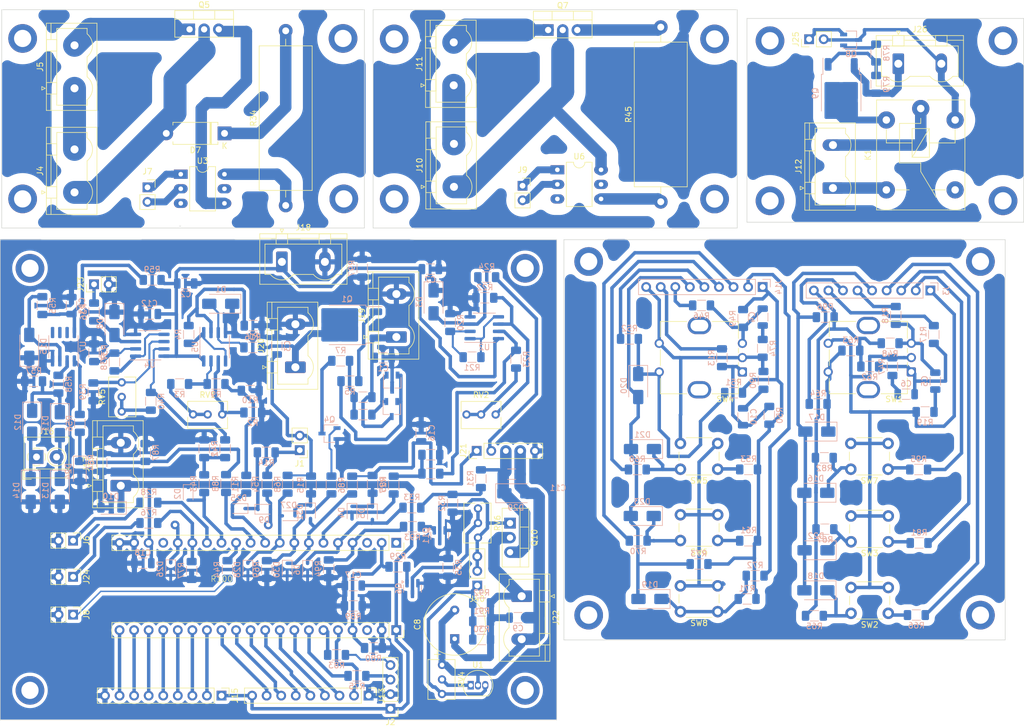
<source format=kicad_pcb>
(kicad_pcb (version 20240108) (generator "pcbnew") (generator_version "8.0")
  (layers (0 "F.Cu" signal) (31 "B.Cu" signal) (34 "B.Paste" user) (35 "F.Paste" user) (36 "B.SilkS" user "B.Silkscreen") (37 "F.SilkS" user "F.Silkscreen") (38 "B.Mask" user) (39 "F.Mask" user) (44 "Edge.Cuts" user))
  (net 0 "")
  (net 1 "+5V")
  (net 2 "GND")
  (net 3 "/MController/SCL")
  (net 4 "/ENCODER/Encoder_int")
  (net 5 "/ENCODER2/Encoder_int")
  (net 6 "/MController/Solder_Analog")
  (net 7 "/MController/Solder_Full_Power")
  (net 8 "/ENCODER/GND")
  (net 9 "/ENCODER/Button2")
  (net 10 "/ENCODER/Button3")
  (net 11 "/ENCODER/B")
  (net 12 "/ENCODER/3v3")
  (net 13 "/ENCODER/A")
  (net 14 "+3V3")
  (net 16 "/MController/SDA")
  (net 17 "/MController/FAN_Control+")
  (net 18 "/MController/TABLE_Control+")
  (net 19 "/ENCODER/Batton1")
  (net 20 "Net-(Q2-B)")
  (net 21 "Net-(Q2-E)")
  (net 22 "Net-(Q4-B)")
  (net 23 "Net-(Q4-C)")
  (net 24 "Net-(U5A--)")
  (net 25 "Net-(U5B--)")
  (net 26 "Net-(R3-Pad1)")
  (net 27 "Net-(R3-Pad2)")
  (net 28 "Net-(U5B-+)")
  (net 29 "Net-(J1-Pin_2)")
  (net 30 "Net-(R6-Pad1)")
  (net 31 "/ENCODER/S")
  (net 32 "/MController/Vibration_Detection")
  (net 33 "+24V")
  (net 34 "/FAN/FAN_Analog")
  (net 35 "Net-(J22-Pin_1)")
  (net 36 "/FAN/FAN_Speed_Analog")
  (net 37 "/ENCODER2/B")
  (net 38 "/MController/Reley_Control")
  (net 41 "Net-(J1-Pin_1)")
  (net 42 "/MController/TABLE_Analog")
  (net 43 "/ENCODER2/Button2")
  (net 44 "/ENCODER2/3v3")
  (net 45 "Net-(D1-A)")
  (net 46 "Net-(Q1-G2)")
  (net 47 "/ENCODER2/GND")
  (net 48 "/ENCODER2/A")
  (net 49 "/FAN/Gerkon")
  (net 50 "Net-(C10-Pad1)")
  (net 51 "/ENCODER2/S")
  (net 52 "Net-(C5-Pad1)")
  (net 53 "/ENCODER2/Button3")
  (net 54 "Net-(C4-Pad2)")
  (net 55 "Gerkon_in")
  (net 56 "Net-(D3-A)")
  (net 57 "Net-(D7-K)")
  (net 58 "Net-(D7-A)")
  (net 59 "Net-(D8-A)")
  (net 60 "Net-(D11-K)")
  (net 61 "/ZCD/~AC")
  (net 62 "/ZCD/AC ")
  (net 63 "Net-(D15-A)")
  (net 64 "Net-(D16-K)")
  (net 65 "Net-(D17-K)")
  (net 66 "Net-(D18-K)")
  (net 67 "Net-(D19-K)")
  (net 68 "Net-(D20-K)")
  (net 69 "Net-(D21-K)")
  (net 70 "Net-(D22-K)")
  (net 71 "Net-(D23-K)")
  (net 72 "/ENCODER2/Batton1")
  (net 73 "Net-(J4-Pin_2)")
  (net 74 "Net-(J5-Pin_2)")
  (net 75 "/FAN/FAN_Control+")
  (net 76 "/FAN/FAN_Control-")
  (net 77 "/TABLE/TABLE_Control+")
  (net 78 "/TABLE/TABLE_Control-")
  (net 79 "Net-(J10-Pin_2)")
  (net 80 "Net-(J11-Pin_2)")
  (net 81 "Net-(J12-Pin_1)")
  (net 82 "Net-(J12-Pin_2)")
  (net 83 "/MController/E1A")
  (net 84 "/MController/E1B")
  (net 85 "/MController/E1S")
  (net 86 "/MController/E1B1")
  (net 87 "/MController/E1B2")
  (net 88 "/MController/E1B3")
  (net 89 "/MController/E1BI")
  (net 90 "/MController/E2A")
  (net 91 "/MController/E2B")
  (net 92 "/MController/E2S")
  (net 93 "/MController/E2B1")
  (net 94 "/MController/E2B2")
  (net 95 "/MController/E2B3")
  (net 96 "/MController/E2BI")
  (net 98 "Net-(Q5-G)")
  (net 99 "Net-(Q6-B)")
  (net 100 "Net-(Q7-G)")
  (net 101 "Net-(Q8-C)")
  (net 102 "Net-(J24-Pin_1)")
  (net 103 "Net-(Q9-G2)")
  (net 104 "Net-(U2A--)")
  (net 105 "Net-(U2B-+)")
  (net 106 "Net-(U2B--)")
  (net 107 "Net-(R23-Pad1)")
  (net 108 "Net-(R23-Pad2)")
  (net 109 "FAN_Termistor")
  (net 110 "Net-(R31-Pad2)")
  (net 111 "Table_Termistor")
  (net 112 "Net-(U4A--)")
  (net 113 "Net-(U4B-+)")
  (net 114 "Net-(U4B--)")
  (net 115 "Net-(R40-Pad1)")
  (net 116 "Net-(R40-Pad2)")
  (net 117 "Net-(R45-Pad1)")
  (net 118 "Net-(U7A--)")
  (net 123 "Net-(J8-Pin_1)")
  (net 124 "Net-(J6-Pin_1)")
  (net 125 "Net-(J20-Pin_1)")
  (net 126 "Motor-")
  (net 127 "Motor+")
  (net 128 "Net-(J2-Pin_3)")
  (net 129 "Net-(J2-Pin_4)")
  (net 130 "Net-(R56-Pad1)")
  (net 131 "/MController/ZCD")
  (net 132 "Net-(Q9-D1)")
  (net 133 "Net-(J25-Pin_1)")
  (net 134 "Net-(J25-Pin_2)")
  (net 135 "Net-(J26-Pin_1)")
  (net 136 "Net-(U7C-V+)")
  (net 137 "Net-(D24-K)")
  (net 138 "Net-(Q6-C)")
  (net 139 "Net-(Q11-B)")
  (net 140 "Net-(R10-Pad1)")
  (net 141 "Net-(R25-Pad2)")
  (net 142 "/FAN/~FAN_FULL_Speed")
  (net 143 "Net-(R41-Pad2)")
  (net 144 "/FAN/FAN_OFF{slash}ON")
  (net 145 "Net-(U1-REF)")
  (net 146 "Net-(J10-Pin_1)")
  (net 147 "Net-(R34-Pad1)")
  (net 148 "Net-(C5-Pad2)")
  (net 149 "Net-(C6-Pad2)")
  (net 150 "Net-(C10-Pad2)")
  (net 151 "Net-(C4-Pad1)")
  (net 152 "Net-(C6-Pad1)")
  (net 153 "Net-(J40-Pin_2)")
  (net 154 "Net-(J40-Pin_1)")
  (net 155 "/MController/SOLDER_PWM")
  (net 157 "Net-(D9-A)")
  (footprint "Potentiometer_THT:Potentiometer_Bourns_3266Y_Vertical" (layer "F.Cu") (at 107.188 110.66575 -90)
    (property "Reference" "RV6")
    (property "Value" "10k")
  )
  (footprint "Connector_PinHeader_2.54mm:PinHeader_1x09_P2.54mm_Vertical" (layer "F.Cu") (at 62.4551 138.24975 -90)
    (property "Reference" "J15")
    (property "Value" "ENC2")
  )
  (footprint "Package_TO_SOT_THT:TO-92_Inline" (layer "F.Cu") (at 105.918 136.437)
    (property "Reference" "U1")
    (property "Value" "TL431LP")
  )
  (footprint "TerminalBlock_4Ucon:TerminalBlock_4Ucon_1x02_P3.50mm_Horizontal" (layer "F.Cu") (at 30.1971 96.59375)
    (property "Reference" "J16")
    (property "Value" "AC 12V")
  )
  (footprint "Connector_PinHeader_2.54mm:PinHeader_1x02_P2.54mm_Vertical" (layer "F.Cu") (at 164.942 23.689 90)
    (property "Reference" "J25")
    (property "Value" "Reley_Control")
  )
  (footprint "Connector_Phoenix_GMSTB:PhoenixContact_GMSTBVA_2,5_2-G_1x02_P7.50mm_Vertical" (layer "F.Cu") (at 114.808 120.897 -90)
    (property "Reference" "J22")
    (property "Value" "Motor 24V")
  )
  (footprint "Package_TO_SOT_THT:TO-220-3_Vertical" (layer "F.Cu") (at 112.776 108.137 -90)
    (property "Reference" "Q10")
    (property "Value" "IRF740")
  )
  (footprint "Connector_Phoenix_GMSTB:PhoenixContact_GMSTBVA_2,5_2-G_1x02_P7.50mm_Vertical" (layer "F.Cu") (at 180.496 27.9675)
    (property "Reference" "J26")
    (property "Value" "Reley24V")
  )
  (footprint "Button_Switch_THT:SW_PUSH_6mm" (layer "F.Cu") (at 178.712 98.734 180)
    (property "Reference" "SW7")
    (property "Value" "SW_Push")
  )
  (footprint "Connector_PinHeader_2.54mm:PinHeader_1x02_P2.54mm_Vertical" (layer "F.Cu") (at 36.581 124.118 -90)
    (property "Reference" "J8")
    (property "Value" "TABLE_Control")
  )
  (footprint "Potentiometer_THT:Potentiometer_Bourns_3266Y_Vertical" (layer "F.Cu") (at 62.5806 89.16625)
    (property "Reference" "RV1")
    (property "Value" "10k")
  )
  (footprint "Connector_PinHeader_2.54mm:PinHeader_1x02_P2.54mm_Vertical" (layer "F.Cu") (at 36.576 111.188 -90)
    (property "Reference" "J6")
    (property "Value" "FAN_Control")
  )
  (footprint "Package_TO_SOT_THT:TO-220-3_Vertical" (layer "F.Cu") (at 56.8885 21.9635)
    (property "Reference" "Q5")
    (property "Value" "BT139-600")
  )
  (footprint "Den_Castom_lib:BLUEPILL_STM32" (layer "F.Cu") (at 70.0751 119.19975 -90)
    (property "Reference" "U8" (hide yes))
    (property "Value" "BluePill_STM32F103C8T6")
  )
  (footprint "Rotary_Encoder:RotaryEncoder_Bourns_Vertical_PEC12R-3x17F-Sxxxx" (layer "F.Cu") (at 182.764 81.752 180)
    (property "Reference" "SW1")
    (property "Value" "RotaryEncoder_Switch")
  )
  (footprint "Package_DIP:DIP-6_W7.62mm_LongPads" (layer "F.Cu") (at 121.03125 46.482)
    (property "Reference" "U6")
    (property "Value" "MOC3041M")
  )
  (footprint "Diode_THT:D_DO-15_P10.16mm_Horizontal" (layer "F.Cu") (at 62.9845 40.1245 180)
    (property "Reference" "D7")
    (property "Value" "FR207")
  )
  (footprint "Button_Switch_THT:SW_PUSH_6mm" (layer "F.Cu") (at 148.994 98.734 180)
    (property "Reference" "SW5")
    (property "Value" "SW_Push")
  )
  (footprint "Connector_Phoenix_GMSTB:PhoenixContact_GMSTBVA_2,5_2-G_1x02_P7.50mm_Vertical" (layer "F.Cu") (at 102.95775 31.735 90)
    (property "Reference" "J11")
    (property "Value" "TABLE_HV F")
  )
  (footprint "Connector_PinHeader_2.54mm:PinHeader_1x09_P2.54mm_Vertical" (layer "F.Cu") (at 88.1091 138.24975 -90)
    (property "Reference" "J13")
    (property "Value" "ENC1")
  )
  (footprint "Potentiometer_THT:Potentiometer_Bourns_3266Y_Vertical" (layer "F.Cu") (at 100.913 137.967 -90)
    (property "Reference" "RV4")
    (property "Value" "10k")
  )
  (footprint "Button_Switch_THT:SW_PUSH_6mm" (layer "F.Cu") (at 148.994 123.59 180)
    (property "Reference" "SW8")
    (property "Value" "SW_Push")
  )
  (footprint "Connector_Phoenix_GMSTB:PhoenixContact_GMSTBVA_2,5_2-G_1x02_P7.50mm_Vertical" (layer "F.Cu") (at 102.99725 49.455 90)
    (property "Reference" "J10")
    (property "Value" "~220")
  )
  (footprint "Capacitor_THT:CP_Radial_Tantal_D10.5mm_P5.00mm" (layer "F.Cu") (at 103.124 128.33 90)
    (property "Reference" "C8")
    (property "Value" "470uF 35V")
  )
  (footprint "Connector_Phoenix_GMSTB:PhoenixContact_GMSTBVA_2,5_2-G_1x02_P7.50mm_Vertical" (layer "F.Cu") (at 36.8225 50.4185 90)
    (property "Reference" "J4")
    (property "Value" "~220")
  )
  (footprint "Button_Switch_THT:SW_PUSH_6mm" (layer "F.Cu") (at 148.994 111.18 180)
    (property "Reference" "SW6")
    (property "Value" "SW_Push")
  )
  (footprint "Relay_THT:Relay_SPDT_Finder_36.11" (layer "F.Cu") (at 184.404 35.786 -90)
    (property "Reference" "K1")
    (property "Value" "Relay_SPDT")
  )
  (footprint "Package_DIP:DIP-6_W7.62mm_LongPads" (layer "F.Cu") (at 55.3495 47.2515)
    (property "Reference" "U3")
    (property "Value" "MOC3041M")
  )
  (footprint "Connector_Phoenix_GMSTB:PhoenixContact_GMSTBVA_2,5_2-G_1x02_P7.50mm_Vertical" (layer "F.Cu") (at 44.8896 101.61375 90)
    (property "Reference" "J17")
    (property "Value" "Conn_01x02")
  )
  (footprint "Connector_PinSocket_2.54mm:PinSocket_1x02_P2.54mm_Vertical" (layer "F.Cu") (at 114.96025 49.261)
    (property "Reference" "J9")
    (property "Value" "TABLE_Control")
  )
  (footprint "Connector_PinHeader_2.54mm:PinHeader_1x05_P2.54mm_Vertical" (layer "F.Cu") (at 106.9636 95.53475 90)
    (property "Reference" "J21")
    (property "Value" "Conn_01x05 M")
  )
  (footprint "Resistor_THT:R_Axial_Power_L25.0mm_W9.0mm_P30.48mm" (layer "F.Cu") (at 73.6525 52.7025 90)
    (property "Reference" "R34")
    (property "Value" "1,2k")
  )
  (footprint "Button_Switch_THT:SW_PUSH_6mm" (layer "F.Cu") (at 178.75 111.398 180)
    (property "Reference" "SW3")
    (property "Value" "SW_Push")
  )
  (footprint "Rotary_Encoder:RotaryEncoder_Bourns_Vertical_PEC12R-3x17F-Sxxxx" (layer "F.Cu") (at 153.3 81.765 180)
    (property "Reference" "SW4")
    (property "Value" "RotaryEncoder_Switch")
  )
  (footprint "Connector_Phoenix_GMSTB:PhoenixContact_GMSTBVA_2,5_2-G_1x02_P7.50mm_Vertical" (layer "F.Cu") (at 92.9541 75.66275 90)
    (property "Reference" "J19")
    (property "Value" "Conn_01x02")
  )
  (footprint "Connector_PinHeader_2.54mm:PinHeader_1x02_P2.54mm_Vertical" (layer "F.Cu") (at 40.22935 66.465 90)
    (property "Reference" "J23")
    (property "Value" "Termistor M")
  )
  (footprint "Connector_Phoenix_GMSTB:PhoenixContact_GMSTBVA_2,5_2-G_1x02_P7.50mm_Vertical" (layer "F.Cu") (at 72.9876 62.5465)
    (property "Reference" "J18")
    (property "Value" "Conn_01x02")
  )
  (footprint "Button_Switch_THT:SW_PUSH_6mm" (layer "F.Cu") (at 178.75 123.88 180)
    (property "Reference" "SW2")
    (property "Value" "SW_Push")
  )
  (footprint "Connector_PinHeader_2.54mm:PinHeader_1x03_P2.54mm_Vertical" (layer "F.Cu") (at 107.0621 119.03275 180)
    (property "Reference" "J40")
    (property "Value" "RV3 M")
  )
  (footprint "Connector_Phoenix_GMSTB:PhoenixContact_GMSTBVA_2,5_2-G_1x02_P7.50mm_Vertical" (layer "F.Cu") (at 75.3406 80.93675 90)
    (property "Reference" "J20")
    (property "Value" "Conn_01x02")
  )
  (footprint "Connector_PinHeader_2.54mm:PinHeader_1x02_P2.54mm_Vertical" (layer "F.Cu") (at 76.1026 95.41275 180)
    (property "Reference" "J1")
    (property "Value" "Conn_01x02")
  )
  (footprint "Connector_Phoenix_GMSTB:PhoenixContact_GMSTBVA_2,5_2-G_1x02_P7.50mm_Vertical" (layer "F.Cu") (at 36.8225 32.2575 90)
    (property "Reference" "J5")
    (property "Value" "FAN_HV F")
  )
  (footprint "Potentiometer_THT:Potentiometer_Bourns_3266Y_Vertical" (layer "F.Cu") (at 45.0546 83.57825 90)
    (property "Reference" "RV5")
    (property "Value" "10k")
  )
  (footprint "Package_TO_SOT_THT:TO-220-3_Vertical" (layer "F.Cu") (at 119.42525 22.083)
    (property "Reference" "Q7")
    (property "Value" "BT139-600")
  )
  (footprint "Connector_PinHeader_2.54mm:PinHeader_1x02_P2.54mm_Vertical" (layer "F.Cu") (at 36.581 117.514 -90)
    (property "Reference" "J24")
    (property "Value" "Reley_Control")
  )
  (footprint "Den_Castom_lib:R0 16.128" (layer "F.Cu") (at 62.484 108.458)
    (property "Reference" "R100")
    (property "Value" "0R")
  )
  (footprint "Connector_Phoenix_GMSTB:PhoenixContact_GMSTBVA_2,5_2-G_1x02_P7.50mm_Vertical" (layer "F.Cu") (at 169.0935 49.664 90)
    (property "Reference" "J12")
    (property "Value" "Conn_01x02")
  )
  (footprint "Resistor_THT:R_Axial_Power_L25.0mm_W9.0mm_P30.48mm" (layer "F.Cu") (at 139.06525 52.06 90)
    (property "Reference" "R45")
    (property "Value" "1k")
  )
  (footprint "Connector_PinHeader_2.54mm:PinHeader_1x04_P2.54mm_Vertical" (layer "F.Cu") (at 91.9191 140.53575 180)
    (property "Reference" "J2")
    (property "Value" "OLED_Out_PCB")
  )
  (footprint "Connector_PinSocket_2.54mm:PinSocket_1x02_P2.54mm_Vertical" (layer "F.Cu") (at 49.5475 49.5425)
    (property "Reference" "J7")
    (property "Value" "FAN_Control")
  )
  (footprint "Potentiometer_THT:Potentiometer_Bourns_3266Y_Vertical" (layer "F.Cu") (at 110.2656 89.18475)
    (property "Reference" "RV2")
    (property "Value" "10k")
  )
  (footprint "Resistor_SMD:R_1206_3216Metric_Pad1.30x1.75mm_HandSolder" (layer "B.Cu") (at 29.6891 83.38575 180)
    (property "Reference" "R57")
    (property "Value" "4,3k")
  )
  (footprint "Resistor_SMD:R_1206_3216Metric_Pad1.30x1.75mm_HandSolder" (layer "B.Cu") (at 83.2401 79.81475 180)
    (property "Reference" "R7")
    (property "Value" "2k")
  )
  (footprint "Resistor_SMD:R_1206_3216Metric_Pad1.30x1.75mm_HandSolder" (layer "B.Cu") (at 67.9146 88.836)
    (property "Reference" "R2")
    (property "Value" "1k")
  )
  (footprint "Diode_SMD:D_SOD-323F" (layer "B.Cu") (at 69.893 105.724)
    (property "Reference" "D9")
    (property "Value" "BAT54J")
  )
  (footprint "Capacitor_SMD:C_1206_3216Metric" (layer "B.Cu") (at 36.2931 70.17775 90)
    (property "Reference" "C23")
    (property "Value" "100nF")
  )
  (footprint "Resistor_SMD:R_1206_3216Metric_Pad1.30x1.75mm_HandSolder" (layer "B.Cu") (at 63.246 101.232 -90)
    (property "Reference" "R88")
    (property "Value" "1k")
  )
  (footprint "Diode_SMD:D_SOD-323F" (layer "B.Cu") (at 73.914 116.244 -90)
    (property "Reference" "D30")
    (property "Value" "BAT54J")
  )
  (footprint "Resistor_SMD:R_1206_3216Metric_Pad1.30x1.75mm_HandSolder" (layer "B.Cu") (at 106.1508 79.17715)
    (property "Reference" "R21")
    (property "Value" "10k")
  )
  (footprint "Package_TO_SOT_SMD:TSOT-23" (layer "B.Cu") (at 81.2911 92.50975 180)
    (property "Reference" "Q4")
    (property "Value" "BC847")
  )
  (footprint "Resistor_SMD:R_1206_3216Metric_Pad1.30x1.75mm_HandSolder" (layer "B.Cu") (at 102.3331 73.13195 90)
    (property "Reference" "R20")
    (property "Value" "1k")
  )
  (footprint "Resistor_SMD:R_1206_3216Metric_Pad1.30x1.75mm_HandSolder" (layer "B.Cu") (at 107.696 100.39 -90)
    (property "Reference" "R31")
    (property "Value" "10k")
  )
  (footprint "Resistor_SMD:R_1206_3216Metric_Pad1.30x1.75mm_HandSolder" (layer "B.Cu") (at 40.1016 85.22925 -90)
    (property "Reference" "R39")
    (property "Value" "1k")
  )
  (footprint "Resistor_SMD:R_1206_3216Metric_Pad1.30x1.75mm_HandSolder" (layer "B.Cu") (at 98.9626 99.504 180)
    (property "Reference" "R25" (hide yes))
    (property "Value" "100R")
  )
  (footprint "Resistor_SMD:R_1206_3216Metric_Pad1.30x1.75mm_HandSolder" (layer "B.Cu") (at 134.981 98.785 180)
    (property "Reference" "R60")
    (property "Value" "1k")
  )
  (footprint "Connector_PinSocket_2.54mm:PinSocket_1x09_P2.54mm_Vertical" (layer "B.Cu") (at 186.08 67.543 90)
    (property "Reference" "J3")
    (property "Value" "ENC1")
  )
  (footprint "Capacitor_SMD:C_1206_3216Metric" (layer "B.Cu") (at 153.416 89.579 90)
    (property "Reference" "C10")
    (property "Value" "100nF")
  )
  (footprint "Resistor_SMD:R_1206_3216Metric_Pad1.30x1.75mm_HandSolder" (layer "B.Cu") (at 78.0746 101.48525 -90)
    (property "Reference" "R15")
    (property "Value" "10k" (hide yes))
  )
  (footprint "Resistor_SMD:R_1206_3216Metric_Pad1.30x1.75mm_HandSolder" (layer "B.Cu") (at 59.436 101.258 -90)
    (property "Reference" "R43")
    (property "Value" "1k")
  )
  (footprint "Resistor_SMD:R_1206_3216Metric_Pad1.30x1.75mm_HandSolder" (layer "B.Cu") (at 107.823 125.282 180)
    (property "Reference" "R91")
    (property "Value" "6k")
  )
  (footprint "Resistor_SMD:R_1206_3216Metric_Pad1.30x1.75mm_HandSolder" (layer "B.Cu") (at 155.523 117.312 180)
    (property "Reference" "R72")
    (property "Value" "1k" (hide yes))
  )
  (footprint "Resistor_SMD:R_1206_3216Metric_Pad1.30x1.75mm_HandSolder" (layer "B.Cu") (at 87.1331 86.15975 180)
    (property "Reference" "R8" (hide yes))
    (property "Value" "2k")
  )
  (footprint "Resistor_SMD:R_1206_3216Metric_Pad1.30x1.75mm_HandSolder" (layer "B.Cu") (at 175.514 80.816)
    (property "Reference" "R62")
    (property "Value" "10k")
  )
  (footprint "Resistor_SMD:R_1206_3216Metric_Pad1.30x1.75mm_HandSolder" (layer "B.Cu") (at 184.124 111.612 180)
    (property "Reference" "R81")
    (property "Value" "1k")
  )
  (footprint "Package_SO:SOIC-8_3.9x4.9mm_P1.27mm" (layer "B.Cu") (at 34.8961 77.35475 90)
    (property "Reference" "U7")
    (property "Value" "LM358")
  )
  (footprint "Resistor_SMD:R_1206_3216Metric_Pad1.30x1.75mm_HandSolder" (layer "B.Cu") (at 183.642 124.185)
    (property "Reference" "R66")
    (property "Value" "1k")
  )
  (footprint "Resistor_SMD:R_1206_3216Metric_Pad1.30x1.75mm_HandSolder" (layer "B.Cu") (at 153.42 72.419 -90)
    (property "Reference" "R49")
    (property "Value" "10k")
  )
  (footprint "Resistor_SMD:R_1206_3216Metric_Pad1.30x1.75mm_HandSolder" (layer "B.Cu") (at 57.2481 116.40575 -90)
    (property "Reference" "R77")
    (property "Value" "10k")
  )
  (footprint "Resistor_SMD:R_1206_3216Metric_Pad1.30x1.75mm_HandSolder" (layer "B.Cu") (at 81.6306 101.48525 90)
    (property "Reference" "R12" (hide yes))
    (property "Value" "47k")
  )
  (footprint "Resistor_SMD:R_1206_3216Metric_Pad1.30x1.75mm_HandSolder" (layer "B.Cu") (at 50.36335 65.698 180)
    (property "Reference" "R59")
    (property "Value" "0R")
  )
  (footprint "Diode_SMD:D_SOD-323F" (layer "B.Cu") (at 65.4606 105.6 180)
    (property "Reference" "D25")
    (property "Value" "BAT54J")
  )
  (footprint "Resistor_SMD:R_1206_3216Metric_Pad1.30x1.75mm_HandSolder" (layer "B.Cu") (at 49.784 104.56 180)
    (property "Reference" "R28")
    (property "Value" "240R")
  )
  (footprint "Resistor_SMD:R_1206_3216Metric_Pad1.30x1.75mm_HandSolder" (layer "B.Cu") (at 184.049 98.785 180)
    (property "Reference" "R95")
    (property "Value" "1k")
  )
  (footprint "Diode_SMD:D_SOD-323F" (layer "B.Cu") (at 88.773 106.402 -90)
    (property "Reference" "D5")
    (property "Value" "BAT54J")
  )
  (footprint "Resistor_SMD:R_1206_3216Metric_Pad1.30x1.75mm_HandSolder" (layer "B.Cu") (at 157.988 89.325 90)
    (property "Reference" "R50")
    (property "Value" "10k")
  )
  (footprint "Resistor_SMD:R_1206_3216Metric_Pad1.30x1.75mm_HandSolder" (layer "B.Cu") (at 92.4856 101.50375 -90)
    (property "Reference" "R27")
    (property "Value" "1k")
  )
  (footprint "Resistor_SMD:R_1206_3216Metric_Pad1.30x1.75mm_HandSolder" (layer "B.Cu") (at 135.128 111.216)
    (property "Reference" "R70")
    (property "Value" "1k")
  )
  (footprint "Diode_SMD:D_SMA" (layer "B.Cu") (at 34.2611 102.43575 -90)
    (property "Reference" "D13")
    (property "Value" "SS14")
  )
  (footprint "Resistor_SMD:R_1206_3216Metric_Pad1.30x1.75mm_HandSolder" (layer "B.Cu") (at 166.511 87.34 180)
    (property "Reference" "R64")
    (property "Value" "1k")
  )
  (footprint "Resistor_SMD:R_1206_3216Metric_Pad1.30x1.75mm_HandSolder" (layer "B.Cu") (at 113.8216 79.53275 90)
    (property "Reference" "R23")
    (property "Value" "6,8k")
  )
  (footprint "Resistor_SMD:R_1206_3216Metric_Pad1.30x1.75mm_HandSolder" (layer "B.Cu") (at 84.8471 83.36575)
    (property "Reference" "R5")
    (property "Value" "100R")
  )
  (footprint "Resistor_SMD:R_1206_3216Metric_Pad1.30x1.75mm_HandSolder" (layer "B.Cu") (at 108.386 68.81395 180)
    (property "Reference" "R22")
    (property "Value" "1k")
  )
  (footprint "Resistor_SMD:R_1206_3216Metric_Pad1.30x1.75mm_HandSolder" (layer "B.Cu") (at 73.9846 101.35825 90)
    (property "Reference" "R68")
    (property "Value" "1k")
  )
  (footprint "Capacitor_SMD:C_1206_3216Metric" (layer "B.Cu") (at 98.8846 63.814)
    (property "Reference" "C7")
    (property "Value" "1uF")
  )
  (footprint "Resistor_SMD:R_1206_3216Metric_Pad1.30x1.75mm_HandSolder" (layer "B.Cu") (at 107.823 122.107 180)
    (property "Reference" "R92")
    (property "Value" "6k")
  )
  (footprint "Resistor_SMD:R_1206_3216Metric_Pad1.30x1.75mm_HandSolder" (layer "B.Cu") (at 49.784 108.116 180)
    (property "Reference" "R76")
    (property "Value" "51k")
  )
  (footprint "Diode_SMD:D_SOD-323F" (layer "B.Cu") (at 77.978 106.232 -90)
    (property "Reference" "D31")
    (property "Value" "BAT54J")
  )
  (footprint "Resistor_SMD:R_1206_3216Metric_Pad1.30x1.75mm_HandSolder" (layer "B.Cu") (at 95.758 108.772)
    (property "Reference" "R93")
    (property "Value" "10k")
  )
  (footprint "Resistor_SMD:R_1206_3216Metric_Pad1.30x1.75mm_HandSolder" (layer "B.Cu") (at 145.744 115.28 180)
    (property "Reference" "R73")
    (property "Value" "10k")
  )
  (footprint "Capacitor_SMD:C_1206_3216Metric" (layer "B.Cu") (at 90.6586 79.27875)
    (property "Reference" "C1")
    (property "Value" "1uF")
  )
  (footprint "Resistor_SMD:R_1206_3216Metric_Pad1.30x1.75mm_HandSolder" (layer "B.Cu") (at 167.7556 72.195 180)
    (property "Reference" "R96")
    (property "Value" "10k")
  )
  (footprint "Capacitor_SMD:C_1206_3216Metric" (layer "B.Cu") (at 48.7391 115.13575 180)
    (property "Reference" "C18")
    (property "Value" "100nF")
  )
  (footprint "Diode_SMD:D_SOD-323F" (layer "B.Cu") (at 74.168 106.867 180)
    (property "Reference" "D27")
    (property "Value" "BAT54J")
  )
  (footprint "Diode_SMD:D_SMA" (layer "B.Cu") (at 137.177 121.376 180)
    (property "Reference" "D19")
    (property "Value" "SS14")
  )
  (footprint "Resistor_SMD:R_1206_3216Metric_Pad1.30x1.75mm_HandSolder" (layer "B.Cu") (at 93.218 115.757 180)
    (property "Reference" "R29")
    (property "Value" "10k")
  )
  (footprint "Diode_SMD:D_SMA" (layer "B.Cu") (at 43.78535 73.318 -90)
    (property "Reference" "D8")
    (property "Value" "US1M")
  )
  (footprint "Capacitor_SMD:C_1206_3216Metric" (layer "B.Cu") (at 56.2126 66.32475)
    (property "Reference" "C2")
    (property "Value" "1uF")
  )
  (footprint "Resistor_SMD:R_1206_3216Metric_Pad1.30x1.75mm_HandSolder" (layer "B.Cu") (at 167.6908 109.199)
    (property "Reference" "R67")
    (property "Value" "10k")
  )
  (footprint "Resistor_SMD:R_1206_3216Metric_Pad1.30x1.75mm_HandSolder" (layer "B.Cu") (at 180.0492 71.8902 -90)
    (property "Reference" "R18")
    (property "Value" "1k")
  )
  (footprint "Diode_SMD:D_SMA" (layer "B.Cu") (at 29.4351 90.52975 -90)
    (property "Reference" "D12")
    (property "Value" "SS14")
  )
  (footprint "Resistor_SMD:R_1206_3216Metric_Pad1.30x1.75mm_HandSolder" (layer "B.Cu") (at 186.69 75.228 -90)
    (property "Reference" "R17")
    (property "Value" "1k")
  )
  (footprint "Package_SO:SOIC-8_3.9x4.9mm_P1.27mm" (layer "B.Cu") (at 49.9456 77.10125)
    (property "Reference" "U4")
    (property "Value" "LM358")
  )
  (footprint "Resistor_SMD:R_1206_3216Metric_Pad1.30x1.75mm_HandSolder" (layer "B.Cu") (at 107.823 128.457 180)
    (property "Reference" "R30")
    (property "Value" "6k")
  )
  (footprint "Diode_SMD:D_SOD-323F" (layer "B.Cu") (at 77.47 116.265 -90)
    (property "Reference" "D6")
    (property "Value" "BAT54J")
  )
  (footprint "Capacitor_SMD:C_1206_3216Metric" (layer "B.Cu") (at 156.845 72.18 -90)
    (property "Reference" "C4")
    (property "Value" "100nF")
  )
  (footprint "Capacitor_SMD:C_1206_3216Metric" (layer "B.Cu") (at 186.944 83.356 -90)
    (property "Reference" "C5")
    (property "Value" "100nF")
  )
  (footprint "Diode_SMD:D_SMA" (layer "B.Cu") (at 135.87 95.214 180)
    (property "Reference" "D21")
    (property "Value" "SS14")
  )
  (footprint "Diode_SMD:D_SMA" (layer "B.Cu") (at 166.2824 92.166 180)
    (property "Reference" "D17")
    (property "Value" "SS14")
  )
  (footprint "Resistor_SMD:R_1206_3216Metric_Pad1.30x1.75mm_HandSolder" (layer "B.Cu") (at 82.5211 131.13775)
    (property "Reference" "R83")
    (property "Value" "330R")
  )
  (footprint "Package_TO_SOT_SMD:TSOT-23" (layer "B.Cu") (at 92.2131 83.61975 -90)
    (property "Reference" "Q3" (hide yes))
    (property "Value" "BC857B")
  )
  (footprint "Resistor_SMD:R_1206_3216Metric_Pad1.30x1.75mm_HandSolder" (layer "B.Cu") (at 179.07 76.752)
    (property "Reference" "R48")
    (property "Value" "10k")
  )
  (footprint "Resistor_SMD:R_1206_3216Metric_Pad1.30x1.75mm_HandSolder" (layer "B.Cu") (at 31.2131 70.17775 90)
    (property "Reference" "R55")
    (property "Value" "10k")
  )
  (footprint "Resistor_SMD:R_1206_3216Metric_Pad1.30x1.75mm_HandSolder" (layer "B.Cu") (at 61.5126 83.85825)
    (property "Reference" "R9")
    (property "Value" "100R")
  )
  (footprint "Resistor_SMD:R_1206_3216Metric_Pad1.30x1.75mm_HandSolder" (layer "B.Cu") (at 154.126 121.376 180)
    (property "Reference" "R71")
    (property "Value" "10k")
  )
  (footprint "Resistor_SMD:R_1206_3216Metric_Pad1.30x1.75mm_HandSolder" (layer "B.Cu") (at 154.38 111.216 180)
    (property "Reference" "R61")
    (property "Value" "10k")
  )
  (footprint "Resistor_SMD:R_1206_3216Metric_Pad1.30x1.75mm_HandSolder" (layer "B.Cu") (at 67.4666 85.026)
    (property "Reference" "R10")
    (property "Value" "680R")
  )
  (footprint "Resistor_SMD:R_1206_3216Metric_Pad1.30x1.75mm_HandSolder" (layer "B.Cu") (at 67.9146 77.48225 180)
    (property "Reference" "R16")
    (property "Value" "4k3")
  )
  (footprint "Package_TO_SOT_SMD:SOT-23" (layer "B.Cu") (at 100.518 110.3445 -90)
    (property "Reference" "Q11")
    (property "Value" "BC847B")
  )
  (footprint "Resistor_SMD:R_1206_3216Metric_Pad1.30x1.75mm_HandSolder" (layer "B.Cu") (at 156.845 77.641 90)
    (property "Reference" "R74")
    (property "Value" "1k")
  )
  (footprint "Diode_SMD:D_MiniMELF" (layer "B.Cu") (at 37.7486 99.11475 -90)
    (property "Reference" "D24")
    (property "Value" "BZV55B3V3")
  )
  (footprint "Resistor_SMD:R_1206_3216Metric_Pad1.30x1.75mm_HandSolder" (layer "B.Cu") (at 66.7716 101.35825 90)
    (property "Reference" "R11")
    (property "Value" "1k")
  )
  (footprint "Capacitor_SMD:C_1206_3216Metric" (layer "B.Cu") (at 97.282 92.389 90)
    (property "Reference" "C16")
    (property "Value" "100nF")
  )
  (footprint "Diode_SMD:D_SOD-323F" (layer "B.Cu") (at 85.217 106.316 -90)
    (property "Reference" "D4")
    (property "Value" "BAT54J")
  )
  (footprint "Resistor_SMD:R_1206_3216Metric_Pad1.30x1.75mm_HandSolder" (layer "B.Cu") (at 176.626 31.563 90)
    (property "Reference" "R79")
    (property "Value" "4.7k")
  )
  (footprint "Capacitor_SMD:C_1206_3216Metric" (layer "B.Cu") (at 49.8806 71.64025 180)
    (property "Reference" "C12")
    (property "Value" "1uF")
  )
  (footprint "Package_TO_SOT_SMD:SOT-23" (layer "B.Cu") (at 95.758 119.567 -90)
    (property "Reference" "Q6")
    (property "Value" "BC847B")
  )
  (footprint "Resistor_SMD:R_1206_3216Metric_Pad1.30x1.75mm_HandSolder" (layer "B.Cu") (at 70.4286 101.35825 90)
    (property "Reference" "R54")
    (property "Value" "1k")
  )
  (footprint "Resistor_SMD:R_1206_3216Metric_Pad1.30x1.75mm_HandSolder" (layer "B.Cu") (at 167.588 96.738)
    (property "Reference" "R82")
    (property "Value" "10k")
  )
  (footprint "Package_TO_SOT_SMD:TSOT-23" (layer "B.Cu") (at 172.268 23.816)
    (property "Reference" "Q8")
    (property "Value" "NPN")
  )
  (footprint "Resistor_SMD:R_1206_3216Metric_Pad1.30x1.75mm_HandSolder" (layer "B.Cu") (at 56.7386 75.21475 -90)
    (property "Reference" "R4")
    (property "Value" "10k")
  )
  (footprint "Resistor_SMD:R_1206_3216Metric_Pad1.30x1.75mm_HandSolder" (layer "B.Cu") (at 133.604 75.99 180)
    (property "Reference" "R52")
    (property "Value" "1k")
  )
  (footprint "Resistor_SMD:R_1206_3216Metric_Pad1.30x1.75mm_HandSolder" (layer "B.Cu") (at 151.765 85.388 180)
    (property "Reference" "R51")
    (property "Value" "10k")
  )
  (footprint "Resistor_SMD:R_1206_3216Metric_Pad1.30x1.75mm_HandSolder" (layer "B.Cu") (at 41.5586 97.56475 -90)
    (property "Reference" "R84")
    (property "Value" "0R")
  )
  (footprint "Package_SO:SOIC-8_3.9x4.9mm_P1.27mm" (layer "B.Cu") (at 61.2586 77.36825 -90)
    (property "Reference" "U5")
    (property "Value" "LM358")
  )
  (footprint "Resistor_SMD:R_1206_3216Metric_Pad1.30x1.75mm_HandSolder" (layer "B.Cu") (at 88.8026 101.37675 90)
    (property "Reference" "R85")
    (property "Value" "10k")
  )
  (footprint "Resistor_SMD:R_1206_3216Metric_Pad1.30x1.75mm_HandSolder" (layer "B.Cu") (at 63.0886 95.162 -90)
    (property "Reference" "R41")
    (property "Value" "100R")
  )
  (footprint "Resistor_SMD:R_1206_3216Metric_Pad1.30x1.75mm_HandSolder" (layer "B.Cu") (at 172.212 78.022 180)
    (property "Reference" "R63")
    (property "Value" "10k")
  )
  (footprint "Capacitor_SMD:C_1206_3216Metric" (layer "B.Cu") (at 85.44135 119.038 180)
    (property "Reference" "C17")
    (property "Value" "100nF")
  )
  (footprint "Diode_SMD:D_SMA" (layer "B.Cu") (at 113.792 102.93)
    (property "Reference" "D29")
    (property "Value" "US1M")
  )
  (footprint "Resistor_SMD:R_1206_3216Metric_Pad1.30x1.75mm_HandSolder" (layer "B.Cu") (at 85.44135 122.594)
    (property "Reference" "R89")
    (property "Value" "0R")
  )
  (footprint "Capacitor_SMD:C_1206_3216Metric" (layer "B.Cu") (at 113.0596 99.59875)
    (property "Reference" "C11")
    (property "Value" "100nF")
  )
  (footprint "Package_TO_SOT_SMD:TO-252-2" (layer "B.Cu") (at 170.529 33.121 -90)
    (property "Reference" "Q9")
    (property "Value" "NoName")
  )
  (footprint "Diode_SMD:D_SMA" (layer "B.Cu") (at 28.9271 77.28975 90)
    (property "Reference" "D15")
    (property "Value" "SS14")
  )
  (footprint "Resistor_SMD:R_1206_3216Metric_Pad1.30x1.75mm_HandSolder" (layer "B.Cu") (at 67.9761 73.67225)
    (property "Reference" "R1")
    (property "Value" "1k")
  )
  (footprint "Resistor_SMD:R_1206_3216Metric_Pad1.30x1.75mm_HandSolder" (layer "B.Cu") (at 59.436 95.162 90)
    (property "Reference" "R42")
    (property "Value" "680R")
  )
  (footprint "Resistor_SMD:R_1206_3216Metric_Pad1.30x1.75mm_HandSolder" (layer "B.Cu") (at 98.9626 96.202)
    (property "Reference" "R26" (hide yes))
    (property "Value" "680R" (hide yes))
  )
  (footprint "Resistor_SMD:R_1206_3216Metric_Pad1.30x1.75mm_HandSolder" (layer "B.Cu") (at 40.22935 78.398 90)
    (property "Reference" "R37")
    (property "Value" "1k")
  )
  (footprint "Resistor_SMD:R_1206_3216Metric_Pad1.30x1.75mm_HandSolder" (layer "B.Cu") (at 95.6606 105.44075 180)
    (property "Reference" "R33")
    (property "Value" "1k")
  )
  (footprint "Capacitor_SMD:C_1206_3216Metric" (layer "B.Cu") (at 114.173 124.647)
    (property "Reference" "C9")
    (property "Value" "100nF")
  )
  (footprint "Resistor_SMD:R_1206_3216Metric_Pad1.30x1.75mm_HandSolder" (layer "B.Cu") (at 108.712 65.211 180)
    (property "Reference" "R24")
    (property "Value" "1k")
  )
  (footprint "Resistor_SMD:R_1206_3216Metric_Pad1.30x1.75mm_HandSolder" (layer "B.Cu") (at 87.1331 89.20775)
    (property "Reference" "R6" (hide yes))
    (property "Value" "24k")
  )
  (footprint "Diode_SMD:D_SMA" (layer "B.Cu") (at 29.1811 102.43575 -90)
    (property "Reference" "D14")
    (property "Value" "SS14")
  )
  (footprint "Resistor_SMD:R_1206_3216Metric_Pad1.30x1.75mm_HandSolder" (layer "B.Cu") (at 50.1346 86.88025 90)
    (property "Reference" "R40")
    (property "Value" "6,8k")
  )
  (footprint "Resistor_SMD:R_1206_3216Metric_Pad1.30x1.75mm_HandSolder" (layer "B.Cu") (at 179.465 80.831 -90)
    (property "Reference" "R47")
    (property "Value" "1k")
  )
  (footprint "Resistor_SMD:R_1206_3216Metric_Pad1.30x1.75mm_HandSolder" (layer "B.Cu") (at 86.9961 63.64975 -90)
    (property "Reference" "R97")
    (property "Value" "0R")
  )
  (footprint "Resistor_SMD:R_1206_3216Metric_Pad1.30x1.75mm_HandSolder" (layer "B.Cu") (at 37.7486 90.73275 -90)
    (property "Reference" "R56")
    (property "Value" "100R")
  )
  (footprint "Resistor_SMD:R_1206_3216Metric_Pad1.30x1.75mm_HandSolder" (layer "B.Cu") (at 101.980998 115.858 90)
    (property "Reference" "R35")
    (property "Value" "0R")
  )
  (footprint "Resistor_SMD:R_1206_3216Metric_Pad1.30x1.75mm_HandSolder" (layer "B.Cu") (at 146.177 70.148)
    (property "Reference" "R46")
    (property "Value" "1k")
  )
  (footprint "Diode_SMD:D_SMA" (layer "B.Cu") (at 166.148 112.882 180)
    (property "Reference" "D22")
    (property "Value" "SS14")
  )
  (footprint "Package_SO:SOIC-8_3.9x4.9mm_P1.27mm" (layer "B.Cu") (at 108.2844 74.04635)
    (property "Reference" "U2")
    (property "Value" "LM358")
  )
  (footprint "Resistor_SMD:R_1206_3216Metric_Pad1.30x1.75mm_HandSolder" (layer "B.Cu") (at 43.7846 80.02225 -90)
    (property "Reference" "R38")
    (property "Value" "10k")
  )
  (footprint "Diode_SMD:D_SMA" (layer "B.Cu") (at 34.2611 90.78375 -90)
    (property "Reference" "D11")
    (property "Value" "SS14")
  )
  (footprint "Resistor_SMD:R_1206_3216Metric_Pad1.30x1.75mm_HandSolder" (layer "B.Cu") (at 88.955 129.92445)
    (property "Reference" "R80")
    (property "Value" "10k")
  )
  (footprint "Diode_SMD:D_SMA" (layer "B.Cu") (at 166.116 119.867 180)
    (property "Reference" "D18")
    (property "Value" "SS14")
  )
  (footprint "Diode_SMD:D_SMA" (layer "B.Cu") (at 62.3266 69.86225 180)
    (property "Reference" "D1")
    (property "Value" "US1M")
  )
  (footprint "Capacitor_SMD:C_1206_3216Metric" (layer "B.Cu") (at 181.864 85.642 180)
    (property "Reference" "C6")
    (property "Value" "100nF")
  )
  (footprint "Resistor_SMD:R_1206_3216Metric_Pad1.30x1.75mm_HandSolder" (layer "B.Cu") (at 156.972 83.229 -90)
    (property "Reference" "R90")
    (property "Value" "1k")
  )
  (footprint "Resistor_SMD:R_1206_3216Metric_Pad1.30x1.75mm_HandSolder" (layer "B.Cu") (at 154.38 98.77 180)
    (property "Reference" "R53")
    (property "Value" "10k")
  )
  (footprint "Resistor_SMD:R_1206_3216Metric_Pad1.30x1.75mm_HandSolder" (layer "B.Cu") (at 102.743 104.67875 -90)
    (property "Reference" "R32")
    (property "Value" "1k")
  )
  (footprint "Diode_SMD:D_SOD-323F" (layer "B.Cu") (at 67.056 116.244 -90)
    (property "Reference" "D28")
    (property "Value" "BAT54J")
  )
  (footprint "Resistor_SMD:R_1206_3216Metric_Pad1.30x1.75mm_HandSolder" (layer "B.Cu") (at 85.2466 101.50375 -90)
    (property "Reference" "R86")
    (property "Value" "1k")
  )
  (footprint "Diode_SMD:D_SMA" (layer "B.Cu") (at 166.102 102.849 180)
    (property "Reference" "D16")
    (property "Value" "SS14")
  )
  (footprint "Resistor_SMD:R_1206_3216Metric_Pad1.30x1.75mm_HandSolder" (layer "B.Cu") (at 81.153 116.112 -90)
    (property "Reference" "R94")
    (property "Value" "10k")
  )
  (footprint "Resistor_SMD:R_1206_3216Metric_Pad1.30x1.75mm_HandSolder" (layer "B.Cu") (at 70.358 116.244 -90)
    (property "Reference" "R69")
    (property "Value" "10k")
  )
  (footprint "Resistor_SMD:R_1206_3216Metric_Pad1.30x1.75mm_HandSolder" (layer "B.Cu") (at 185.166 88.737)
    (property "Reference" "R19")
    (property "Value" "1k")
  )
  (footprint "Resistor_SMD:R_1206_3216Metric_Pad1.30x1.75mm_HandSolder" (layer "B.Cu") (at 40.22935 71.286 -90)
    (property "Reference" "R36")
    (property "Value" "1k")
  )
  (footprint "Resistor_SMD:R_1206_3216Metric_Pad1.30x1.75mm_HandSolder" (layer "B.Cu") (at 165.862 124.312)
    (property "Reference" "R65")
    (property "Value" "10k")
  )
  (footprint "Diode_SMD:D_SMA" (layer "B.Cu") (at 99.441 69.529 -90)
    (property "Reference" "D3")
    (property "Value" "US1M")
  )
  (footprint "Resistor_SMD:R_1206_3216Metric_Pad1.30x1.75mm_HandSolder" (layer "B.Cu") (at 176.626 26.102 90)
    (property "Reference" "R78")
    (property "Value" "4.7k")
  )
  (footprint "Package_TO_SOT_SMD:TSOT-23" (layer "B.Cu") (at 92.1471 88.23175 -90)
    (property "Reference" "Q2" (hide yes))
    (property "Value" "BC847B")
  )
  (footprint "Resistor_SMD:R_1206_3216Metric_Pad1.30x1.75mm_HandSolder" (layer "B.Cu") (at 34.0071 83.89375 90)
    (property "Reference" "R58")
    (property "Value" "2k")
  )
  (footprint "Resistor_SMD:R_1206_3216Metric_Pad1.30x1.75mm_HandSolder" (layer "B.Cu") (at 86.0771 134.80125)
    (property "Reference" "R75")
    (property "Value" "330R")
  )
  (footprint "Diode_SMD:D_MiniMELF" (layer "B.Cu") (at 43.18 105.47 180)
    (property "Reference" "D10")
    (property "Value" "BZV55B3V3")
  )
  (footprint "Diode_SMD:D_SOD-323F" (layer "B.Cu") (at 53.594 116.16 -90)
    (property "Reference" "D26")
    (property "Value" "BAT54J")
  )
  (footprint "Resistor_SMD:R_1206_3216Metric_Pad1.30x1.75mm_HandSolder" (layer "B.Cu") (at 55.1626 83.85825)
    (property "Reference" "R3")
    (property "Value" "25k")
  )
  (footprint "Resistor_SMD:R_1206_3216Metric_Pad1.30x1.75mm_HandSolder" (layer "B.Cu") (at 49.1786 95.81275 90)
    (property "Reference" "R87")
    (property "Value" "680R")
  )
  (footprint "Package_TO_SOT_SMD:TO-252-2" (layer "B.Cu") (at 84.3376 73.53925 180)
    (property "Reference" "Q1")
    (property "Value" "STD10PF06")
  )
  (footprint "Diode_SMD:D_SMA" (layer "B.Cu") (at 135.132 84.135 -90)
    (property "Reference" "D20")
    (property "Value" "SS14")
  )
  (footprint "Diode_SMD:D_SMA" (layer "B.Cu") (at 135.838 106.898 180)
    (property "Reference" "D23")
    (property "Value" "SS14")
  )
  (footprint "Resistor_SMD:R_1206_3216Metric_Pad1.30x1.75mm_HandSolder" (layer "B.Cu") (at 63.5 116.244 -90)
    (property "Reference" "R44")
    (property "Value" "240R")
  )
  (footprint "Capacitor_SMD:C_1206_3216Metric" (layer "B.Cu") (at 72.1056 77.22825 90)
    (property "Reference" "C3")
    (property "Value" "100nF")
  )
  (footprint "Connector_PinSocket_2.54mm:PinSocket_1x09_P2.54mm_Vertical" (layer "B.Cu") (at 156.839 66.933 90)
    (property "Reference" "J14")
    (property "Value" "ENC2")
  )
  (footprint "Diode_SMD:D_SOD-323F" (layer "B.Cu") (at 56.642 103.036 -90)
    (property "Reference" "D2")
    (property "Value" "BAT54J")
  )
  (footprint "Resistor_SMD:R_1206_3216Metric_Pad1.30x1.75mm_HandSolder" (layer "B.Cu") (at 70.2606 95.78875)
    (property "Reference" "R14")
    (property "Value" "10k")
  )
  (footprint "Resistor_SMD:R_1206_3216Metric_Pad1.30x1.75mm_HandSolder" (layer "B.Cu") (at 149.733 79.277 -90)
    (property "Reference" "R13")
    (property "Value" "1k")
  )
  (gr_line (start 122.174 58.674) (end 199.136 58.674) (stroke (width 0.1)) (layer "Edge.Cuts"))
  (gr_line (start 120.904 142.494) (end 23.876 142.494) (stroke (width 0.1)) (layer "Edge.Cuts"))
  (gr_line (start 87.376 56.642) (end 24.13 56.642) (stroke (width 0.1)) (layer "Edge.Cuts"))
  (gr_line (start 87.376 18.542) (end 87.376 56.642) (stroke (width 0.1)) (layer "Edge.Cuts"))
  (gr_line (start 152.4 18.542) (end 152.4 56.642) (stroke (width 0.1)) (layer "Edge.Cuts"))
  (gr_line (start 154.09725 20.066) (end 202.35725 20.066) (stroke (width 0.1)) (layer "Edge.Cuts"))
  (gr_line (start 152.4 56.642) (end 88.9 56.642) (stroke (width 0.1)) (layer "Edge.Cuts"))
  (gr_line (start 23.876 58.674) (end 24.13 58.674) (stroke (width 0.1)) (layer "Edge.Cuts"))
  (gr_line (start 122.174 128.524) (end 122.174 58.674) (stroke (width 0.1)) (layer "Edge.Cuts"))
  (gr_line (start 88.9 18.542) (end 152.4 18.542) (stroke (width 0.1)) (layer "Edge.Cuts"))
  (gr_line (start 24.13 18.542) (end 87.376 18.542) (stroke (width 0.1)) (layer "Edge.Cuts"))
  (gr_line (start 23.876 142.494) (end 23.876 58.674) (stroke (width 0.1)) (layer "Edge.Cuts"))
  (gr_line (start 202.35725 55.626) (end 154.09725 55.626) (stroke (width 0.1)) (layer "Edge.Cuts"))
  (gr_line (start 199.136 128.524) (end 122.428 128.524) (stroke (width 0.1)) (layer "Edge.Cuts"))
  (gr_line (start 122.428 128.524) (end 122.174 128.524) (stroke (width 0.1)) (layer "Edge.Cuts"))
  (gr_line (start 24.13 58.674) (end 120.904 58.674) (stroke (width 0.1)) (layer "Edge.Cuts"))
  (gr_line (start 88.9 56.642) (end 88.9 18.542) (stroke (width 0.1)) (layer "Edge.Cuts"))
  (gr_line (start 120.904 58.674) (end 120.904 142.494) (stroke (width 0.1)) (layer "Edge.Cuts"))
  (gr_line (start 199.136 58.674) (end 199.136 128.524) (stroke (width 0.1)) (layer "Edge.Cuts"))
  (gr_line (start 202.35725 20.066) (end 202.35725 55.626) (stroke (width 0.1)) (layer "Edge.Cuts"))
  (gr_line (start 154.09725 55.626) (end 154.09725 20.066) (stroke (width 0.1)) (layer "Edge.Cuts"))
  (gr_line (start 55.372 56.304) (end 55.118 56.304) (stroke (width 0.1)) (layer "Edge.Cuts"))
  (gr_line (start 24.13 56.642) (end 24.13 18.542) (stroke (width 0.1)) (layer "Edge.Cuts"))
  (via (at 92.57475 23.6405) (size 5) (drill 3) (layers "F.Cu" "B.Cu") (net 0))
  (via (at 194.818 62.484) (size 5) (drill 3) (layers "F.Cu" "B.Cu") (net 0))
  (via (at 148.45475 51.5805) (size 5) (drill 3) (layers "F.Cu" "B.Cu") (net 0))
  (via (at 92.57475 51.5805) (size 5) (drill 3) (layers "F.Cu" "B.Cu") (net 0))
  (via (at 29.05335 137.326) (size 5) (drill 3) (layers "F.Cu" "B.Cu") (net 0))
  (via (at 29.05335 63.666) (size 5) (drill 3) (layers "F.Cu" "B.Cu") (net 0))
  (via (at 83.653 23.55525) (size 5) (drill 3) (layers "F.Cu" "B.Cu") (net 0))
  (via (at 126.492 124.206) (size 5) (drill 3) (layers "F.Cu" "B.Cu") (net 0))
  (via (at 198.7565 23.951) (size 5) (drill 3) (layers "F.Cu" "B.Cu") (net 0))
  (via (at 158.1165 23.951) (size 5) (drill 3) (layers "F.Cu" "B.Cu") (net 0))
  (via (at 115.41335 137.326) (size 5) (drill 3) (layers "F.Cu" "B.Cu") (net 0))
  (via (at 198.7565 51.891) (size 5) (drill 3) (layers "F.Cu" "B.Cu") (net 0))
  (via (at 115.41335 63.666) (size 5) (drill 3) (layers "F.Cu" "B.Cu") (net 0))
  (via (at 27.773 23.55525) (size 5) (drill 3) (layers "F.Cu" "B.Cu") (net 0))
  (via (at 158.1165 51.891) (size 5) (drill 3) (layers "F.Cu" "B.Cu") (net 0))
  (via (at 148.45475 23.6405) (size 5) (drill 3) (layers "F.Cu" "B.Cu") (net 0))
  (via (at 194.818 124.206) (size 5) (drill 3) (layers "F.Cu" "B.Cu") (net 0))
  (via (at 126.492 62.484) (size 5) (drill 3) (layers "F.Cu" "B.Cu") (net 0))
  (via (at 27.773 51.5545) (size 5) (drill 3) (layers "F.Cu" "B.Cu") (net 0))
  (via (at 83.78825 51.5545) (size 5) (drill 3) (layers "F.Cu" "B.Cu") (net 0))
  (segment (start 97.0576 63.666) (end 97.0576 72.3526) (width 0.6) (layer "B.Cu") (net 1))
  (segment (start 100.584 75.879) (end 100.584 77.276) (width 0.6) (layer "B.Cu") (net 1))
  (segment (start 58.5166 79.00625) (end 59.3536 79.84325) (width 0.6) (layer "B.Cu") (net 1))
  (segment (start 51.3556 71.64025) (end 54.5703 71.64025) (width 0.6) (layer "B.Cu") (net 1))
  (segment (start 52.4206 79.00625) (end 54.5888 79.00625) (width 0.6) (layer "B.Cu") (net 1))
  (segment (start 54.5888 79.00625) (end 58.5166 79.00625) (width 0.6) (layer "B.Cu") (net 1))
  (segment (start 102.362 81.086) (end 103.85675 82.58075) (width 0.6) (layer "B.Cu") (net 1))
  (segment (start 110.1386 76.57215) (end 110.7594 75.95135) (width 0.6) (layer "B.Cu") (net 1))
  (segment (start 102.362 79.054) (end 102.362 81.086) (width 0.6) (layer "B.Cu") (net 1))
  (segment (start 100.584 77.276) (end 102.362 79.054) (width 0.6) (layer "B.Cu") (net 1))
  (segment (start 84.73035 63.666) (end 97.0576 63.666) (width 0.6) (layer "B.Cu") (net 1))
  (segment (start 54.5703 65.81675) (end 54.5703 64.36205) (width 0.6) (layer "B.Cu") (net 1))
  (segment (start 54.5703 71.64025) (end 54.5888 71.65875) (width 0.6) (layer "B.Cu") (net 1))
  (segment (start 54.5888 79.00625) (end 54.5888 71.65875) (width 0.6) (layer "B.Cu") (net 1))
  (segment (start 97.0576 72.3526) (end 100.584 75.879) (width 0.6) (layer "B.Cu") (net 1))
  (segment (start 103.85675 82.58075) (end 110.0116 82.58075) (width 0.6) (layer "B.Cu") (net 1))
  (segment (start 81.5636 66.83275) (end 84.73035 63.666) (width 0.6) (layer "B.Cu") (net 1))
  (segment (start 54.5703 65.81675) (end 54.5703 65.23945) (width 0.6) (layer "B.Cu") (net 1))
  (segment (start 110.1386 82.45375) (end 110.1386 76.57215) (width 0.6) (layer "B.Cu") (net 1))
  (segment (start 54.5703 71.64025) (end 54.5703 65.81675) (width 0.6) (layer "B.Cu") (net 1))
  (segment (start 54.5703 64.36205) (end 55.1871 63.74525) (width 0.6) (layer "B.Cu") (net 1))
  (segment (start 110.0116 82.58075) (end 110.1386 82.45375) (width 0.6) (layer "B.Cu") (net 1))
  (segment (start 72.9876 63.74525) (end 76.0751 66.83275) (width 0.6) (layer "B.Cu") (net 1))
  (segment (start 55.1871 63.74525) (end 72.9876 63.74525) (width 0.6) (layer "B.Cu") (net 1))
  (segment (start 52.5401 66.32475) (end 51.91335 65.698) (width 0.6) (layer "B.Cu") (net 1))
  (segment (start 54.7376 66.32475) (end 52.5401 66.32475) (width 0.6) (layer "B.Cu") (net 1))
  (segment (start 76.0751 66.83275) (end 81.5636 66.83275) (width 0.6) (layer "B.Cu") (net 1))
  (segment (start 92.2131 79.35825) (end 92.1336 79.27875) (width 0.6) (layer "B.Cu") (net 2))
  (segment (start 92.2131 84.92975) (end 92.2131 79.35825) (width 0.6) (layer "B.Cu") (net 2))
  (segment (start 91.6651 138.24975) (end 91.9191 137.99575) (width 0.35) (layer "B.Cu") (net 2))
  (segment (start 90.7336 126.71725) (end 90.5206 126.50425) (width 0.35) (layer "B.Cu") (net 2))
  (segment (start 77.7282 126.59665) (end 77.8206 126.50425) (width 0.6) (layer "B.Cu") (net 3))
  (segment (start 77.7282 130.73725) (end 77.7282 126.59665) (width 0.6) (layer "B.Cu") (net 3))
  (segment (start 84.1226 134.80125) (end 81.7922 134.80125) (width 0.6) (layer "B.Cu") (net 3))
  (segment (start 81.7922 134.80125) (end 77.7282 130.73725) (width 0.6) (layer "B.Cu") (net 3))
  (segment (start 84.5271 134.39675) (end 84.1226 134.80125) (width 0.6) (layer "B.Cu") (net 3))
  (segment (start 163.859 64.56) (end 162.2692 66.1498) (width 0.6) (layer "B.Cu") (net 4))
  (segment (start 164.2684 102.6138) (end 164.5036 102.849) (width 0.6) (layer "B.Cu") (net 4))
  (segment (start 163.211 72.195) (end 163.016 72.39) (width 0.6) (layer "B.Cu") (net 4))
  (segment (start 172.937 64.56) (end 163.859 64.56) (width 0.6) (layer "B.Cu") (net 4))
  (segment (start 163.8112 112.7362) (end 163.8112 112.9074) (width 0.6) (layer "B.Cu") (net 4))
  (segment (start 162.2692 70.8292) (end 163.068 71.628) (width 0.6) (layer "B.Cu") (net 4))
  (segment (start 164.148 112.882) (end 164.148 119.835) (width 0.6) (layer "B.Cu") (net 4))
  (segment (start 163.016 72.39) (end 163.016 90.8996) (width 0.6) (layer "B.Cu") (net 4))
  (segment (start 164.148 112.882) (end 164.148 102.895) (width 0.6) (layer "B.Cu") (net 4))
  (segment (start 164.148 102.895) (end 164.102 102.849) (width 0.6) (layer "B.Cu") (net 4))
  (segment (start 164.2824 92.166) (end 164.2824 102.6686) (width 0.6) (layer "B.Cu") (net 4))
  (segment (start 163.894 112.6534) (end 163.8112 112.7362) (width 0.6) (layer "B.Cu") (net 4))
  (segment (start 166.2056 72.195) (end 163.211 72.195) (width 0.6) (layer "B.Cu") (net 4))
  (segment (start 163.016 71.68) (end 163.016 72.39) (width 0.6) (layer "B.Cu") (net 4))
  (segment (start 162.2692 66.1498) (end 162.2692 70.8292) (width 0.6) (layer "B.Cu") (net 4))
  (segment (start 164.2824 102.6686) (end 164.102 102.849) (width 0.6) (layer "B.Cu") (net 4))
  (segment (start 163.016 90.8996) (end 164.2824 92.166) (width 0.6) (layer "B.Cu") (net 4))
  (segment (start 164.148 119.835) (end 164.116 119.867) (width 0.6) (layer "B.Cu") (net 4))
  (segment (start 164.148 103.0202) (end 164.3192 102.849) (width 0.6) (layer "B.Cu") (net 4))
  (segment (start 163.068 71.628) (end 163.016 71.68) (width 0.6) (layer "B.Cu") (net 4))
  (segment (start 175.92 67.543) (end 172.937 64.56) (width 0.6) (layer "B.Cu") (net 4))
  (segment (start 133.87 95.214) (end 133.87 90.889) (width 0.6) (layer "B.Cu") (net 5))
  (segment (start 133.838 106.898) (end 133.838 107.946) (width 0.6) (layer "B.Cu") (net 5))
  (segment (start 144.139 66.933) (end 142.528 65.322) (width 0.6) (layer "B.Cu") (net 5))
  (segment (start 133.477 67.354) (end 133.477 84.48) (width 0.6) (layer "B.Cu") (net 5))
  (segment (start 133.87 96.294) (end 134.822 97.246) (width 0.6) (layer "B.Cu") (net 5))
  (segment (start 135.509 65.322) (end 133.477 67.354) (width 0.6) (layer "B.Cu") (net 5))
  (segment (start 135.132 86.135) (end 135.132 89.627) (width 0.6) (layer "B.Cu") (net 5))
  (segment (start 134.822 97.246) (end 134.822 104.389) (width 0.6) (layer "B.Cu") (net 5))
  (segment (start 142.528 65.322) (end 135.509 65.322) (width 0.6) (layer "B.Cu") (net 5))
  (segment (start 134.822 104.389) (end 133.838 105.373) (width 0.6) (layer "B.Cu") (net 5))
  (segment (start 144.194 115.28) (end 135.177 115.28) (width 0.6) (layer "B.Cu") (net 5))
  (segment (start 133.87 95.214) (end 133.87 96.294) (width 0.6) (layer "B.Cu") (net 5))
  (segment (start 133.838 107.946) (end 135.076 109.184) (width 0.6) (layer "B.Cu") (net 5))
  (segment (start 133.838 105.373) (end 133.838 106.898) (width 0.6) (layer "B.Cu") (net 5))
  (segment (start 135.076 121.275) (end 135.177 121.376) (width 0.6) (layer "B.Cu") (net 5))
  (segment (start 133.477 84.48) (end 135.132 86.135) (width 0.6) (layer "B.Cu") (net 5))
  (segment (start 135.076 109.184) (end 135.076 121.275) (width 0.6) (layer "B.Cu") (net 5))
  (segment (start 133.87 90.889) (end 135.132 89.627) (width 0.6) (layer "B.Cu") (net 5))
  (segment (start 64.3606 107.04) (end 64.3606 105.6) (width 0.6) (layer "B.Cu") (net 6))
  (segment (start 70.0751 110.9765) (end 66.2226 107.124) (width 0.6) (layer "B.Cu") (net 6))
  (segment (start 64.4446 107.124) (end 64.3606 107.04) (width 0.6) (layer "B.Cu") (net 6))
  (segment (start 66.37435 102.90825) (end 64.3606 104.922) (width 0.6) (layer "B.Cu") (net 6))
  (segment (start 66.7716 102.90825) (end 66.37435 102.90825) (width 0.6) (layer "B.Cu") (net 6))
  (segment (start 70.0751 111.57975) (end 70.0751 110.9765) (width 0.6) (layer "B.Cu") (net 6))
  (segment (start 66.2226 107.124) (end 64.4446 107.124) (width 0.6) (layer "B.Cu") (net 6))
  (segment (start 64.3606 104.922) (end 64.3606 105.6) (width 0.6) (layer "B.Cu") (net 6))
  (segment (start 68.834 113.196) (end 70.99885 113.196) (width 0.6) (layer "B.Cu") (net 7))
  (segment (start 67.056 115.144) (end 67.056 114.974) (width 0.6) (layer "B.Cu") (net 7))
  (segment (start 72.6151 105.597) (end 72.6151 104.27775) (width 0.6) (layer "B.Cu") (net 7))
  (segment (start 67.056 114.974) (end 68.834 113.196) (width 0.6) (layer "B.Cu") (net 7))
  (segment (start 73.068 106.867) (end 72.7421 106.867) (width 0.6) (layer "B.Cu") (net 7))
  (segment (start 72.6151 104.27775) (end 73.9846 102.90825) (width 0.6) (layer "B.Cu") (net 7))
  (segment (start 72.7421 106.867) (end 72.6151 106.74) (width 0.6) (layer "B.Cu") (net 7))
  (segment (start 72.6151 106.74) (end 72.6151 105.597) (width 0.6) (layer "B.Cu") (net 7))
  (segment (start 70.99885 113.196) (end 72.6151 111.57975) (width 0.6) (layer "B.Cu") (net 7))
  (segment (start 72.6151 111.57975) (end 72.6151 106.74) (width 0.6) (layer "B.Cu") (net 7))
  (segment (start 174.512 88.741) (end 175.492 88.741) (width 0.6) (layer "B.Cu") (net 8))
  (segment (start 186.08 67.543) (end 190.246 71.709) (width 0.6) (layer "B.Cu") (net 8))
  (segment (start 190.246 89.452) (end 188.468 91.23) (width 0.6) (layer "B.Cu") (net 8))
  (segment (start 175.514 82.594) (end 175.514 79.038) (width 0.6) (layer "B.Cu") (net 8))
  (segment (start 172.226 88.726) (end 172.226 82.354) (width 0.6) (layer "B.Cu") (net 8))
  (segment (start 175.2092 106.898) (end 175.514 106.898) (width 0.6) (layer "B.Cu") (net 8))
  (segment (start 175.528 106.884) (end 175.514 106.898) (width 0.6) (layer "B.Cu") (net 8))
  (segment (start 177.546 79.038) (end 177.789 79.281) (width 0.6) (layer "B.Cu") (net 8))
  (segment (start 174.244 88.741) (end 172.226 88.741) (width 0.6) (layer "B.Cu") (net 8))
  (segment (start 175.514 119.38) (end 175.26 119.38) (width 0.6) (layer "B.Cu") (net 8))
  (segment (start 178.51 119.38) (end 175.514 119.38) (width 0.6) (layer "B.Cu") (net 8))
  (segment (start 172.212 94.234) (end 178.712 94.234) (width 0.6) (layer "B.Cu") (net 8))
  (segment (start 175.492 88.741) (end 175.528 88.705) (width 0.6) (layer "B.Cu") (net 8))
  (segment (start 174.512 88.741) (end 174.244 88.741) (width 0.6) (layer "B.Cu") (net 8))
  (segment (start 179.592 79.154) (end 179.465 79.281) (width 0.6) (layer "B.Cu") (net 8))
  (segment (start 183.642 88.716) (end 183.616 88.69) (width 0.6) (layer "B.Cu") (net 8))
  (segment (start 175.514 119.38) (end 175.514 106.898) (width 0.6) (layer "B.Cu") (net 8))
  (segment (start 175.528 88.705) (end 175.528 106.884) (width 0.6) (layer "B.Cu") (net 8))
  (segment (start 172.212 76.978) (end 172.212 82.34) (width 0.6) (layer "B.Cu") (net 8))
  (segment (start 169.135 76.164) (end 171.398 76.164) (width 0.6) (layer "B.Cu") (net 8))
  (segment (start 175.514 79.038) (end 177.546 79.038) (width 0.6) (layer "B.Cu") (net 8))
  (segment (start 188.468 91.23) (end 183.642 91.23) (width 0.6) (layer "B.Cu") (net 8))
  (segment (start 175.26 106.9488) (end 175.2092 106.898) (width 0.6) (layer "B.Cu") (net 8))
  (segment (start 175.26 119.38) (end 172.01 119.38) (width 0.6) (layer "B.Cu") (net 8))
  (segment (start 179.479 79.267) (end 179.465 79.281) (width 0.6) (layer "B.Cu") (net 8))
  (segment (start 172.466 82.594) (end 175.514 82.594) (width 0.6) (layer "B.Cu") (net 8))
  (segment (start 181.497 79.267) (end 179.479 79.267) (width 0.6) (layer "B.Cu") (net 8))
  (segment (start 183.032 79.267) (end 181.497 79.267) (width 0.6) (layer "B.Cu") (net 8))
  (segment (start 168.532 76.767) (end 169.135 76.164) (width 0.6) (layer "B.Cu") (net 8))
  (segment (start 177.789 79.281) (end 179.465 79.281) (width 0.6) (layer "B.Cu") (net 8))
  (segment (start 171.398 76.164) (end 172.212 76.978) (width 0.6) (layer "B.Cu") (net 8))
  (segment (start 182.447 88.737) (end 183.616 88.737) (width 0.6) (layer "B.Cu") (net 8))
  (segment (start 182.443 88.741) (end 182.447 88.737) (width 0.6) (layer "B.Cu") (net 8))
  (segment (start 172.034 106.898) (end 175.2092 106.898) (width 0.6) (layer "B.Cu") (net 8))
  (segment (start 172.212 82.34) (end 172.466 82.594) (width 0.6) (layer "B.Cu") (net 8))
  (segment (start 175.514 106.898) (end 178.534 106.898) (width 0.6) (layer "B.Cu") (net 8))
  (segment (start 183.642 91.23) (end 183.642 88.716) (width 0.6) (layer "B.Cu") (net 8))
  (segment (start 174.512 88.741) (end 182.443 88.741) (width 0.6) (layer "B.Cu") (net 8))
  (segment (start 190.246 71.709) (end 190.246 89.452) (width 0.6) (layer "B.Cu") (net 8))
  (segment (start 172.226 82.354) (end 172.212 82.34) (width 0.6) (layer "B.Cu") (net 8))
  (segment (start 186.08 67.543) (end 185.869 67.543) (width 0.6) (layer "B.Cu") (net 8))
  (segment (start 181 67.543) (end 184.281 64.262) (width 0.6) (layer "B.Cu") (net 9))
  (segment (start 185.861 111.612) (end 185.674 111.612) (width 0.6) (layer "B.Cu") (net 9))
  (segment (start 185.674 111.612) (end 185.674 111.485) (width 0.6) (layer "B.Cu") (net 9))
  (segment (start 192.786 68.58) (end 192.786 104.687) (width 0.6) (layer "B.Cu") (net 9))
  (segment (start 184.281 64.262) (end 188.468 64.262) (width 0.6) (layer "B.Cu") (net 9))
  (segment (start 192.786 104.687) (end 185.861 111.612) (width 0.6) (layer "B.Cu") (net 9))
  (segment (start 188.468 64.262) (end 192.786 68.58) (width 0.6) (layer "B.Cu") (net 9))
  (segment (start 188.655 98.785) (end 185.599 98.785) (width 0.6) (layer "B.Cu") (net 10))
  (segment (start 191.516 69.5785) (end 191.516 95.924) (width 0.6) (layer "B.Cu") (net 10))
  (segment (start 185.599 98.785) (end 185.838 99.024) (width 0.6) (layer "B.Cu") (net 10))
  (segment (start 187.2155 65.278) (end 191.516 69.5785) (width 0.6) (layer "B.Cu") (net 10))
  (segment (start 183.54 67.543) (end 183.54 66.8645) (width 0.6) (layer "B.Cu") (net 10))
  (segment (start 185.1265 65.278) (end 187.2155 65.278) (width 0.6) (layer "B.Cu") (net 10))
  (segment (start 183.54 66.8645) (end 185.1265 65.278) (width 0.6) (layer "B.Cu") (net 10))
  (segment (start 191.516 95.924) (end 188.655 98.785) (width 0.6) (layer "B.Cu") (net 10))
  (segment (start 180.0492 70.3402) (end 176.1772 70.3402) (width 0.6) (layer "B.Cu") (net 11))
  (segment (start 172.936 67.987) (end 173.38 67.543) (width 0.6) (layer "B.Cu") (net 11))
  (segment (start 176.1772 70.3402) (end 173.38 67.543) (width 0.6) (layer "B.Cu") (net 11))
  (segment (start 175.542 76.752) (end 177.52 76.752) (width 0.6) (layer "B.Cu") (net 12))
  (segment (start 169.3056 74.2778) (end 171.5438 74.2778) (width 0.6) (layer "B.Cu") (net 12))
  (segment (start 169.3056 72.195) (end 169.3056 74.2778) (width 0.6) (layer "B.Cu") (net 12))
  (segment (start 166.5324 76.2122) (end 168.4668 74.2778) (width 0.6) (layer "B.Cu") (net 12))
  (segment (start 169.3056 71.0886) (end 169.3056 72.195) (width 0.6) (layer "B.Cu") (net 12))
  (segment (start 166.228 109.1118) (end 166.1408 109.199) (width 0.6) (layer "B.Cu") (net 12))
  (segment (start 173.964 80.816) (end 173.964 78.224) (width 0.6) (layer "B.Cu") (net 12))
  (segment (start 166.1408 122.4832) (end 164.312 124.312) (width 0.6) (layer "B.Cu") (net 12))
  (segment (start 166.038 96.738) (end 166.178 96.598) (width 0.6) (layer "B.Cu") (net 12))
  (segment (start 166.1408 101.8948) (end 166.1408 102.834) (width 0.6) (layer "B.Cu") (net 12))
  (segment (start 171.5438 74.2778) (end 173.176 75.91) (width 0.6) (layer "B.Cu") (net 12))
  (segment (start 165.76 67.543) (end 169.3056 71.0886) (width 0.6) (layer "B.Cu") (net 12))
  (segment (start 173.684 75.91) (end 174.7 75.91) (width 0.6) (layer "B.Cu") (net 12))
  (segment (start 166.1408 109.199) (end 166.152 109.2102) (width 0.6) (layer "B.Cu") (net 12))
  (segment (start 173.762 75.988) (end 173.762 78.022) (width 0.6) (layer "B.Cu") (net 12))
  (segment (start 166.178 89.994) (end 166.5324 89.6396) (width 0.6) (layer "B.Cu") (net 12))
  (segment (start 166.1408 109.199) (end 166.1408 122.4832) (width 0.6) (layer "B.Cu") (net 12))
  (segment (start 166.1408 96.8408) (end 166.038 96.738) (width 0.6) (layer "B.Cu") (net 12))
  (segment (start 166.1408 102.834) (end 166.1408 109.199) (width 0.6) (layer "B.Cu") (net 12))
  (segment (start 174.7 75.91) (end 175.542 76.752) (width 0.6) (layer "B.Cu") (net 12))
  (segment (start 166.5324 89.6396) (end 166.5324 76.2122) (width 0.6) (layer "B.Cu") (net 12))
  (segment (start 173.684 75.91) (end 173.762 75.988) (width 0.6) (layer "B.Cu") (net 12))
  (segment (start 166.038 96.738) (end 166.064 96.712) (width 0.6) (layer "B.Cu") (net 12))
  (segment (start 173.964 78.224) (end 173.762 78.022) (width 0.6) (layer "B.Cu") (net 12))
  (segment (start 166.1408 109.199) (end 166.497 109.5552) (width 0.6) (layer "B.Cu") (net 12))
  (segment (start 166.1408 102.834) (end 166.1408 96.8408) (width 0.6) (layer "B.Cu") (net 12))
  (segment (start 164.312 124.312) (end 164.312 123.957) (width 0.6) (layer "B.Cu") (net 12))
  (segment (start 173.176 75.91) (end 173.684 75.91) (width 0.6) (layer "B.Cu") (net 12))
  (segment (start 168.4668 74.2778) (end 169.3056 74.2778) (width 0.6) (layer "B.Cu") (net 12))
  (segment (start 166.178 96.598) (end 166.178 89.994) (width 0.6) (layer "B.Cu") (net 12))
  (segment (start 178.8808 72.0426) (end 178.2712 71.433) (width 0.6) (layer "B.Cu") (net 13))
  (segment (start 178.2712 71.433) (end 172.19 71.433) (width 0.6) (layer "B.Cu") (net 13))
  (segment (start 185.0546 72.0426) (end 186.69 73.678) (width 0.6) (layer "B.Cu") (net 13))
  (segment (start 172.19 71.433) (end 168.3 67.543) (width 0.6) (layer "B.Cu") (net 13))
  (segment (start 178.8808 72.0426) (end 185.0546 72.0426) (width 0.6) (layer "B.Cu") (net 13))
  (segment (start 95.5346 102.212) (end 95.6206 102.298) (width 0.6) (layer "B.Cu") (net 14))
  (segment (start 49.8806 111.26425) (end 49.8806 101.73925) (width 0.6) (layer "B.Cu") (net 14))
  (segment (start 66.5606 105.6) (end 68.669 105.6) (width 0.6) (layer "B.Cu") (net 14))
  (segment (start 78.0746 101.49455) (end 78.0076 101.42755) (width 0.6) (layer "B.Cu") (net 14))
  (segment (start 88.687 105.216) (end 88.773 105.302) (width 0.6) (layer "B.Cu") (net 14))
  (segment (start 88.8026 101.61225) (end 88.6756 101.48525) (width 0.35) (layer "B.Cu") (net 14))
  (segment (start 77.978 105.132) (end 77.978 104.962) (width 0.6) (layer "B.Cu") (net 14))
  (segment (start 77.978 104.962) (end 77.978 103.13185) (width 0.6) (layer "B.Cu") (net 14))
  (segment (start 77.978 104.962) (end 76.073 104.962) (width 0.6) (layer "B.Cu") (net 14))
  (segment (start 95.1526 102.212) (end 95.5346 102.212) (width 0.6) (layer "B.Cu") (net 14))
  (segment (start 68.793 101.53365) (end 68.7106 101.45125) (width 0.6) (layer "B.Cu") (net 14))
  (segment (start 78.0076 101.42755) (end 88.8788 101.42755) (width 0.6) (layer "B.Cu") (net 14))
  (segment (start 85.217 105.216) (end 88.687 105.216) (width 0.6) (layer "B.Cu") (net 14))
  (segment (start 92.9351 114.7699) (end 92.9351 119.038) (width 0.6) (layer "B.Cu") (net 14))
  (segment (start 77.978 103.13185) (end 78.0746 103.03525) (width 0.6) (layer "B.Cu") (net 14))
  (segment (start 67.7891 140.53575) (end 91.9191 140.53575) (width 0.6) (layer "B.Cu") (net 14))
  (segment (start 68.6869 101.42755) (end 78.0076 101.42755) (width 0.6) (layer "B.Cu") (net 14))
  (segment (start 62.156348 101.42755) (end 68.834 101.42755) (width 1.2) (layer "B.Cu") (net 14))
  (segment (start 44.89335 101.406) (end 61.973898 101.406) (width 1.2) (layer "B.Cu") (net 14))
  (segment (start 68.7106 101.45125) (end 68.7106 95.78875) (width 0.6) (layer "B.Cu") (net 14))
  (segment (start 92.9351 128.59775) (end 92.9351 126.81975) (width 0.6) (layer "B.Cu") (net 14))
  (segment (start 68.793 101.46855) (end 68.834 101.42755) (width 0.6) (layer "B.Cu") (net 14))
  (segment (start 76.073 104.962) (end 75.268 105.767) (width 0.6) (layer "B.Cu") (net 14))
  (segment (start 88.773 105.302) (end 88.773 102.95635) (width 0.6) (layer "B.Cu") (net 14))
  (segment (start 61.8024 101.42755) (end 68.6869 101.42755) (width 0.6) (layer "B.Cu") (net 14))
  (segment (start 95.6206 102.298) (end 95.6206 112.0844) (width 0.6) (layer "B.Cu") (net 14))
  (segment (start 93.9511 140.53575) (end 94.9671 139.51975) (width 0.6) (layer "B.Cu") (net 14))
  (segment (start 91.9191 140.53575) (end 93.9511 140.53575) (width 0.6) (layer "B.Cu") (net 14))
  (segment (start 49.7551 101.61375) (end 49.83285 101.536) (width 0.6) (layer "B.Cu") (net 14))
  (segment (start 94.9671 139.51975) (end 94.9671 130.62975) (width 0.6) (layer "B.Cu") (net 14))
  (segment (start 44.8896 101.61375) (end 44.89335 101.61) (width 1.2) (layer "B.Cu") (net 14))
  (segment (start 62.4551 138.24975) (end 67.7891 138.24975) (width 0.6) (layer "B.Cu") (net 14))
  (segment (start 68.834 105.765) (end 68.793 105.724) (width 0.6) (layer "B.Cu") (net 14))
  (segment (start 67.7891 138.24975) (end 67.7891 140.53575) (width 0.6) (layer "B.Cu") (net 14))
  (segment (start 75.268 105.767) (end 75.268 106.867) (width 0.6) (layer "B.Cu") (net 14))
  (segment (start 78.0746 103.03525) (end 78.0746 101.49455) (width 0.6) (layer "B.Cu") (net 14))
  (segment (start 57.3066 101.536) (end 61.69395 101.536) (width 0.6) (layer "B.Cu") (net 14))
  (segment (start 86.91635 119.038) (end 92.9351 119.038) (width 0.6) (layer "B.Cu") (net 14))
  (segment (start 61.69395 101.536) (end 61.8024 101.42755) (width 0.6) (layer "B.Cu") (net 14))
  (segment (start 68.793 105.724) (end 68.793 101.46855) (width 0.6) (layer "B.Cu") (net 14))
  (segment (start 94.75015 101.42755) (end 95.5346 102.212) (width 1.2) (layer "B.Cu") (net 14))
  (segment (start 68.6869 101.42755) (end 68.7106 101.45125) (width 0.6) (layer "B.Cu") (net 14))
  (segment (start 44.93 105.47) (end 44.93 101.65415) (width 1.2) (layer "B.Cu") (net 14))
  (segment (start 92.9351 123.72875) (end 92.9351 119.038) (width 0.6) (layer "B.Cu") (net 14))
  (segment (start 88.8026 102.92675) (end 88.8026 101.50375) (width 0.6) (layer "B.Cu") (net 14))
  (segment (start 44.93 101.65415) (end 44.8896 101.61375) (width 1.2) (layer "B.Cu") (net 14))
  (segment (start 68.834 101.42755) (end 94.75015 101.42755) (width 1.2) (layer "B.Cu") (net 14))
  (segment (start 50.2141 115.13575) (end 50.2141 111.59775) (width 0.6) (layer "B.Cu") (net 14))
  (segment (start 49.8316 111.31325) (end 49.8806 111.26425) (width 0.35) (layer "B.Cu") (net 14))
  (segment (start 49.8806 101.73925) (end 49.7551 101.61375) (width 0.6) (layer "B.Cu") (net 14))
  (segment (start 92.9351 126.81975) (end 92.9351 123.72875) (width 0.6) (layer "B.Cu") (net 14))
  (segment (start 68.669 105.6) (end 68.793 105.724) (width 0.6) (layer "B.Cu") (net 14))
  (segment (start 88.773 102.95635) (end 88.8026 102.92675) (width 0.6) (layer "B.Cu") (net 14))
  (segment (start 44.8896 101.61375) (end 49.7551 101.61375) (width 0.6) (layer "B.Cu") (net 14))
  (segment (start 95.6206 112.0844) (end 92.9351 114.7699) (width 0.6) (layer "B.Cu") (net 14))
  (segment (start 94.9671 130.62975) (end 92.9351 128.59775) (width 0.6) (layer "B.Cu") (net 14))
  (segment (start 50.2141 111.59775) (end 49.8806 111.26425) (width 0.6) (layer "B.Cu") (net 14))
  (segment (start 88.8026 101.50375) (end 88.8788 101.42755) (width 0.6) (layer "B.Cu") (net 14))
  (segment (start 80.9711 127.11475) (end 80.3606 126.50425) (width 0.6) (layer "B.Cu") (net 16))
  (segment (start 80.9711 131.13775) (end 80.9711 127.11475) (width 0.6) (layer "B.Cu") (net 16))
  (segment (start 51.334 104.56) (end 55.5306 104.56) (width 0.6) (layer "B.Cu") (net 17))
  (segment (start 55.5306 104.56) (end 59.9151 108.9445) (width 0.6) (layer "B.Cu") (net 17))
  (segment (start 59.9151 108.9445) (end 59.9151 111.57975) (width 0.6) (layer "B.Cu") (net 17))
  (segment (start 64.9951 113.1989) (end 63.5 114.694) (width 0.6) (layer "B.Cu") (net 18))
  (segment (start 64.9951 111.57975) (end 64.9951 113.1989) (width 0.6) (layer "B.Cu") (net 18))
  (segment (start 183.011 62.992) (end 178.46 67.543) (width 0.6) (layer "B.Cu") (net 19))
  (segment (start 185.226 124.185) (end 194.31 115.101) (width 0.6) (layer "B.Cu") (net 19))
  (segment (start 194.31 67.818) (end 189.484 62.992) (width 0.6) (layer "B.Cu") (net 19))
  (segment (start 189.484 62.992) (end 183.011 62.992) (width 0.6) (layer "B.Cu") (net 19))
  (segment (start 194.31 115.101) (end 194.31 67.818) (width 0.6) (layer "B.Cu") (net 19))
  (segment (start 185.192 124.185) (end 185.226 124.185) (width 0.6) (layer "B.Cu") (net 19))
  (segment (start 90.4351 87.45575) (end 88.6831 89.20775) (width 0.6) (layer "B.Cu") (net 20))
  (segment (start 90.4351 83.13775) (end 90.4351 86.92175) (width 0.6) (layer "B.Cu") (net 20))
  (segment (start 90.4351 86.92175) (end 90.4351 87.45575) (width 0.6) (layer "B.Cu") (net 20))
  (segment (start 91.1971 86.92175) (end 90.4351 86.92175) (width 0.6) (layer "B.Cu") (net 20))
  (segment (start 91.2631 82.30975) (end 90.4351 83.13775) (width 0.6) (layer "B.Cu") (net 20))
  (segment (start 91.1971 86.92175) (end 90.9691 86.92175) (width 0.25) (layer "B.Cu") (net 20))
  (segment (start 91.1971 82.37575) (end 91.2631 82.30975) (width 0.25) (layer "B.Cu") (net 20))
  (segment (start 85.8631 93.52575) (end 91.1971 93.52575) (width 0.6) (layer "B.Cu") (net 21))
  (segment (start 93.7371 90.98575) (end 93.7371 86.92175) (width 0.6) (layer "B.Cu") (net 21))
  (segment (start 83.2971 83.36575) (end 83.2971 89.68975) (width 0.6) (layer "B.Cu") (net 21))
  (segment (start 85.8631 92.25575) (end 85.8631 93.52575) (width 0.6) (layer "B.Cu") (net 21))
  (segment (start 93.0971 82.37575) (end 93.1631 82.30975) (width 0.25) (layer "B.Cu") (net 21))
  (segment (start 83.2971 89.68975) (end 85.8631 92.25575) (width 0.6) (layer "B.Cu") (net 21))
  (segment (start 91.1971 93.52575) (end 93.7371 90.98575) (width 0.6) (layer "B.Cu") (net 21))
  (segment (start 93.0971 86.92175) (end 93.7371 86.92175) (width 0.6) (layer "B.Cu") (net 21))
  (segment (start 93.2031 82.34975) (end 93.1631 82.30975) (width 0.6) (layer "B.Cu") (net 21))
  (segment (start 93.7371 86.92175) (end 93.7371 82.34975) (width 0.6) (layer "B.Cu") (net 21))
  (segment (start 93.7371 82.34975) (end 93.2031 82.34975) (width 0.6) (layer "B.Cu") (net 21))
  (segment (start 81.2911 92.76375) (end 81.2911 95.04975) (width 0.35) (layer "B.Cu") (net 22))
  (segment (start 82.4951 91.55975) (end 81.2911 92.76375) (width 0.35) (layer "B.Cu") (net 22))
  (segment (start 82.6011 91.55975) (end 82.4951 91.55975) (width 0.35) (layer "B.Cu") (net 22))
  (segment (start 81.6306 99.93525) (end 81.6306 95.38925) (width 0.35) (layer "B.Cu") (net 22))
  (segment (start 81.6306 95.38925) (end 81.2911 95.04975) (width 0.35) (layer "B.Cu") (net 22))
  (segment (start 79.9811 81.37375) (end 79.9811 92.50975) (width 0.6) (layer "B.Cu") (net 23))
  (segment (start 81.6901 79.81475) (end 81.5401 79.81475) (width 0.6) (layer "B.Cu") (net 23))
  (segment (start 81.5401 79.81475) (end 79.9811 81.37375) (width 0.6) (layer "B.Cu") (net 23))
  (segment (start 64.6481 67.34075) (end 66.0696 67.34075) (width 0.6) (layer "B.Cu") (net 24))
  (segment (start 58.1956 71.91275) (end 58.1956 68.61075) (width 0.6) (layer "B.Cu") (net 24))
  (segment (start 60.6236 74.89325) (end 60.6236 73.07075) (width 0.6) (layer "B.Cu") (net 24))
  (segment (start 65.9181 73.16425) (end 66.4261 73.67225) (width 0.35) (layer "B.Cu") (net 24))
  (segment (start 66.4261 73.67225) (end 66.4261 67.69725) (width 0.6) (layer "B.Cu") (net 24))
  (segment (start 59.4656 67.34075) (end 64.6481 67.34075) (width 0.6) (layer "B.Cu") (net 24))
  (segment (start 59.4656 71.91275) (end 58.1956 71.91275) (width 0.6) (layer "B.Cu") (net 24))
  (segment (start 56.7386 72.09975) (end 58.1956 70.64275) (width 0.6) (layer "B.Cu") (net 24))
  (segment (start 60.6236 73.07075) (end 59.9736 72.42075) (width 0.6) (layer "B.Cu") (net 24))
  (segment (start 59.9736 72.42075) (end 59.4656 71.91275) (width 0.6) (layer "B.Cu") (net 24))
  (segment (start 58.1956 68.61075) (end 59.4656 67.34075) (width 0.6) (layer "B.Cu") (net 24))
  (segment (start 56.7386 73.66475) (end 56.7386 72.09975) (width 0.6) (layer "B.Cu") (net 24))
  (segment (start 66.4261 67.69725) (end 66.0696 67.34075) (width 0.6) (layer "B.Cu") (net 24))
  (segment (start 62.5806 87.31775) (end 61.3996 86.13675) (width 0.6) (layer "B.Cu") (net 25))
  (segment (start 66.3646 88.836) (end 62.91085 88.836) (width 0.6) (layer "B.Cu") (net 25))
  (segment (start 61.3996 82.07275) (end 61.9076 81.56475) (width 0.6) (layer "B.Cu") (net 25))
  (segment (start 62.91085 88.836) (end 62.5806 89.16625) (width 0.6) (layer "B.Cu") (net 25))
  (segment (start 61.9076 81.56475) (end 61.8936 81.55075) (width 0.6) (layer "B.Cu") (net 25))
  (segment (start 62.5806 89.16625) (end 62.5806 87.66075) (width 0.6) (layer "B.Cu") (net 25))
  (segment (start 61.3996 86.13675) (end 61.3996 82.07275) (width 0.6) (layer "B.Cu") (net 25))
  (segment (start 62.5806 87.66075) (end 62.5806 87.31775) (width 0.6) (layer "B.Cu") (net 25))
  (segment (start 61.8936 81.55075) (end 61.8936 79.84325) (width 0.6) (layer "B.Cu") (net 25))
  (segment (start 53.6126 83.85825) (end 53.6126 85.27825) (width 0.6) (layer "B.Cu") (net 26))
  (segment (start 53.6126 85.27825) (end 57.5006 89.16625) (width 0.6) (layer "B.Cu") (net 26))
  (segment (start 60.0406 89.16625) (end 57.5006 89.16625) (width 0.6) (layer "B.Cu") (net 26))
  (segment (start 60.6236 79.84325) (end 60.6236 81.47125) (width 0.35) (layer "B.Cu") (net 27))
  (segment (start 59.9626 82.13225) (end 59.9626 83.85825) (width 0.35) (layer "B.Cu") (net 27))
  (segment (start 59.9626 83.85825) (end 56.7126 83.85825) (width 0.6) (layer "B.Cu") (net 27))
  (segment (start 60.6236 81.47125) (end 59.9626 82.13225) (width 0.35) (layer "B.Cu") (net 27))
  (segment (start 61.221601 77.73625) (end 62.8346 77.73625) (width 0.35) (layer "B.Cu") (net 28))
  (segment (start 56.7386 76.76475) (end 57.4821 76.76475) (width 0.6) (layer "B.Cu") (net 28))
  (segment (start 57.4821 76.76475) (end 59.3536 74.89325) (width 0.6) (layer "B.Cu") (net 28))
  (segment (start 59.3536 74.89325) (end 59.3536 75.868249) (width 0.35) (layer "B.Cu") (net 28))
  (segment (start 59.3536 75.868249) (end 61.221601 77.73625) (width 0.35) (layer "B.Cu") (net 28))
  (segment (start 63.1636 78.06525) (end 63.1636 79.84325) (width 0.35) (layer "B.Cu") (net 28))
  (segment (start 62.8346 77.73625) (end 63.1636 78.06525) (width 0.35) (layer "B.Cu") (net 28))
  (segment (start 78.0746 99.93525) (end 78.0746 93.69675) (width 0.6) (layer "B.Cu") (net 29))
  (segment (start 77.2506 92.87275) (end 76.1026 92.87275) (width 0.6) (layer "B.Cu") (net 29))
  (segment (start 73.9436 89.89595) (end 73.9436 92.68995) (width 0.6) (layer "B.Cu") (net 29))
  (segment (start 71.302 87.25435) (end 73.9436 89.89595) (width 0.6) (layer "B.Cu") (net 29))
  (segment (start 72.1056 78.70325) (end 71.302 79.50685) (width 0.6) (layer "B.Cu") (net 29))
  (segment (start 71.302 79.50685) (end 71.302 87.25435) (width 0.6) (layer "B.Cu") (net 29))
  (segment (start 78.0746 93.69675) (end 77.2506 92.87275) (width 0.6) (layer "B.Cu") (net 29))
  (segment (start 77.9476 99.80825) (end 78.0746 99.93525) (width 0.35) (layer "B.Cu") (net 29))
  (segment (start 74.1264 92.87275) (end 76.1026 92.87275) (width 0.6) (layer "B.Cu") (net 29))
  (segment (start 73.9436 92.68995) (end 74.1264 92.87275) (width 0.6) (layer "B.Cu") (net 29))
  (segment (start 73.9846 99.80825) (end 77.9476 99.80825) (width 0.35) (layer "B.Cu") (net 29))
  (segment (start 85.5831 89.20775) (end 85.5831 86.15975) (width 0.6) (layer "B.Cu") (net 30))
  (segment (start 85.5831 86.15975) (end 85.5831 85.37175) (width 0.6) (layer "B.Cu") (net 30))
  (segment (start 84.7901 84.57875) (end 84.7901 79.81475) (width 0.6) (layer "B.Cu") (net 30))
  (segment (start 85.5831 85.37175) (end 84.7901 84.57875) (width 0.6) (layer "B.Cu") (net 30))
  (segment (start 168.9896 65.6926) (end 164.5552 65.6926) (width 0.6) (layer "B.Cu") (net 31))
  (segment (start 167.8064 73.2618) (end 164.961 76.1072) (width 0.6) (layer "B.Cu") (net 31))
  (segment (start 163.59 69.3502) (end 163.9456 69.7058) (width 0.6) (layer "B.Cu") (net 31))
  (segment (start 164.5552 65.6926) (end 163.59 66.6578) (width 0.6) (layer "B.Cu") (net 31))
  (segment (start 166.1808 69.7058) (end 167.8064 71.3314) (width 0.6) (layer "B.Cu") (net 31))
  (segment (start 164.961 76.1072) (end 164.961 87.34) (width 0.6) (layer "B.Cu") (net 31))
  (segment (start 170.84 67.543) (end 168.9896 65.6926) (width 0.6) (layer "B.Cu") (net 31))
  (segment (start 163.59 66.6578) (end 163.59 69.3502) (width 0.6) (layer "B.Cu") (net 31))
  (segment (start 163.9456 69.7058) (end 166.1808 69.7058) (width 0.6) (layer "B.Cu") (net 31))
  (segment (start 167.8064 71.3314) (end 167.8064 73.2618) (width 0.6) (layer "B.Cu") (net 31))
  (segment (start 53.594 114.554) (end 54.8351 113.3129) (width 0.6) (layer "B.Cu") (net 32))
  (segment (start 54.8351 108.9371) (end 54.356 108.458) (width 0.6) (layer "B.Cu") (net 32))
  (segment (start 54.7926 108.394) (end 54.8351 108.4365) (width 0.6) (layer "B.Cu") (net 32))
  (segment (start 54.8351 111.57975) (end 54.8351 108.9371) (width 0.6) (layer "B.Cu") (net 32))
  (segment (start 54.8351 113.3129) (end 54.8351 111.57975) (width 0.6) (layer "B.Cu") (net 32))
  (segment (start 53.594 115.06) (end 53.594 114.554) (width 0.6) (layer "B.Cu") (net 32))
  (segment (start 87.3871 91.23975) (end 90.4491 91.23975) (width 0.6) (layer "B.Cu") (net 33))
  (segment (start 88.6831 76.51375) (end 89.3776 75.81925) (width 0.6) (layer "B.Cu") (net 33))
  (segment (start 87.1331 90.98575) (end 87.3871 91.23975) (width 0.6) (layer "B.Cu") (net 33))
  (segment (start 92.7976 75.81925) (end 92.9541 75.66275) (width 1.2) (layer "B.Cu") (net 33))
  (segment (start 88.6831 86.15975) (end 88.6831 76.51375) (width 0.6) (layer "B.Cu") (net 33))
  (segment (start 90.4491 91.23975) (end 92.1471 89.54175) (width 0.6) (layer "B.Cu") (net 33))
  (segment (start 88.9641 85.87875) (end 88.6831 86.15975) (width 0.6) (layer "B.Cu") (net 33))
  (segment (start 87.8951 86.15975) (end 87.1331 86.92175) (width 0.6) (layer "B.Cu") (net 33))
  (segment (start 88.6831 86.15975) (end 87.8951 86.15975) (width 0.6) (layer "B.Cu") (net 33))
  (segment (start 89.3776 75.81925) (end 92.7976 75.81925) (width 1.2) (layer "B.Cu") (net 33))
  (segment (start 87.1331 86.92175) (end 87.1331 90.98575) (width 0.6) (layer "B.Cu") (net 33))
  (segment (start 85.217 107.416) (end 85.217 106.359) (width 0.6) (layer "B.Cu") (net 34))
  (segment (start 80.2351 109.84075) (end 83.84385 106.232) (width 0.6) (layer "B.Cu") (net 34))
  (segment (start 85.09 106.232) (end 90.678 106.232) (width 0.6) (layer "B.Cu") (net 34))
  (segment (start 90.678 106.232) (end 92.4856 104.4244) (width 0.6) (layer "B.Cu") (net 34))
  (segment (start 83.84385 106.232) (end 85.09 106.232) (width 0.6) (layer "B.Cu") (net 34))
  (segment (start 92.4856 104.4244) (end 92.4856 103.05375) (width 0.6) (layer "B.Cu") (net 34))
  (segment (start 80.2351 111.57975) (end 80.2351 109.84075) (width 0.6) (layer "B.Cu") (net 34))
  (segment (start 85.217 106.359) (end 85.09 106.232) (width 0.6) (layer "B.Cu") (net 34))
  (segment (start 103.124 129.6) (end 105.156 131.632) (width 1.2) (layer "B.Cu") (net 35))
  (segment (start 110.008 124.647) (end 109.373 125.282) (width 1.2) (layer "B.Cu") (net 35))
  (segment (start 109.22 131.632) (end 109.373 131.479) (width 1.2) (layer "B.Cu") (net 35))
  (segment (start 109.982 111.566) (end 109.982 116.071) (width 2) (layer "B.Cu") (net 35))
  (segment (start 112.698 124.647) (end 110.008 124.647) (width 1.2) (layer "B.Cu") (net 35))
  (segment (start 103.124 128.33) (end 103.124 129.6) (width 1.2) (layer "B.Cu") (net 35))
  (segment (start 105.156 131.632) (end 109.22 131.632) (width 1.2) (layer "B.Cu") (net 35))
  (segment (start 109.373 131.479) (end 109.373 128.457) (width 1.2) (layer "B.Cu") (net 35))
  (segment (start 110.583 120.897) (end 109.373 122.107) (width 1.2) (layer "B.Cu") (net 35))
  (segment (start 110.871 110.677) (end 109.982 111.566) (width 2) (layer "B.Cu") (net 35))
  (segment (start 114.808 120.897) (end 110.583 120.897) (width 1.2) (layer "B.Cu") (net 35))
  (segment (start 112.776 110.677) (end 110.871 110.677) (width 2) (layer "B.Cu") (net 35))
  (segment (start 109.982 116.071) (end 114.808 120.897) (width 2) (layer "B.Cu") (net 35))
  (segment (start 109.373 122.107) (end 109.373 128.457) (width 1.2) (layer "B.Cu") (net 35))
  (segment (start 77.47 114.613998) (end 78.866998 113.217) (width 0.6) (layer "B.Cu") (net 36))
  (segment (start 82.55 113.217) (end 82.7751 112.9919) (width 0.6) (layer "B.Cu") (net 36))
  (segment (start 88.646 108.137) (end 91.313 108.137) (width 0.6) (layer "B.Cu") (net 36))
  (segment (start 91.313 108.137) (end 94.00925 105.44075) (width 0.6) (layer "B.Cu") (net 36))
  (segment (start 88.773 107.502) (end 88.773 108.01) (width 0.6) (layer "B.Cu") (net 36))
  (segment (start 77.47 115.165) (end 77.47 114.613998) (width 0.6) (layer "B.Cu") (net 36))
  (segment (start 82.7751 111.57975) (end 86.21785 108.137) (width 0.6) (layer "B.Cu") (net 36))
  (segment (start 78.866998 113.217) (end 82.55 113.217) (width 0.6) (layer "B.Cu") (net 36))
  (segment (start 88.773 108.01) (end 88.646 108.137) (width 0.6) (layer "B.Cu") (net 36))
  (segment (start 82.7751 112.9919) (end 82.7751 111.57975) (width 0.6) (layer "B.Cu") (net 36))
  (segment (start 86.21785 108.137) (end 88.646 108.137) (width 0.6) (layer "B.Cu") (net 36))
  (segment (start 94.00925 105.44075) (end 94.1106 105.44075) (width 0.6) (layer "B.Cu") (net 36))
  (segment (start 144.627 70.148) (end 142.367 70.148) (width 0.6) (layer "B.Cu") (net 37))
  (segment (start 142.367 70.148) (end 141.599 69.38) (width 0.6) (layer "B.Cu") (net 37))
  (segment (start 141.599 69.38) (end 141.599 66.933) (width 0.6) (layer "B.Cu") (net 37))
  (segment (start 51.334 108.116) (end 51.5146 108.116) (width 0.6) (layer "B.Cu") (net 38))
  (segment (start 57.3751 108.1825) (end 57.3751 111.57975) (width 0.6) (layer "B.Cu") (net 38))
  (segment (start 57.3751 114.72875) (end 57.2481 114.85575) (width 0.6) (layer "B.Cu") (net 38))
  (segment (start 53.5226 106.108) (end 55.3006 106.108) (width 0.6) (layer "B.Cu") (net 38))
  (segment (start 55.3006 106.108) (end 57.3751 108.1825) (width 0.6) (layer "B.Cu") (net 38))
  (segment (start 57.3751 111.57975) (end 57.3751 114.72875) (width 0.6) (layer "B.Cu") (net 38))
  (segment (start 51.5146 108.116) (end 53.5226 106.108) (width 0.6) (layer "B.Cu") (net 38))
  (segment (start 57.2481 111.70675) (end 57.3751 111.57975) (width 0.25) (layer "B.Cu") (net 38))
  (segment (start 75.7266 95.78875) (end 76.1026 95.41275) (width 0.6) (layer "B.Cu") (net 41))
  (segment (start 71.8106 95.78875) (end 75.7266 95.78875) (width 0.6) (layer "B.Cu") (net 41))
  (segment (start 70.4286 99.80825) (end 70.4286 98.66875) (width 0.6) (layer "B.Cu") (net 41))
  (segment (start 70.4286 98.66875) (end 71.8106 97.28675) (width 0.6) (layer "B.Cu") (net 41))
  (segment (start 71.8106 97.28675) (end 71.8106 95.78875) (width 0.6) (layer "B.Cu") (net 41))
  (segment (start 59.436 104.076) (end 59.436 102.808) (width 0.6) (layer "B.Cu") (net 42))
  (segment (start 56.642 104.136) (end 59.376 104.136) (width 0.6) (layer "B.Cu") (net 42))
  (segment (start 59.436 106.9414) (end 59.436 104.076) (width 0.6) (layer "B.Cu") (net 42))
  (segment (start 62.4551 111.57975) (end 62.4551 109.9605) (width 0.6) (layer "B.Cu") (net 42))
  (segment (start 62.4551 109.9605) (end 59.436 106.9414) (width 0.6) (layer "B.Cu") (net 42))
  (segment (start 59.376 104.136) (end 59.436 104.076) (width 0.6) (layer "B.Cu") (net 42))
  (segment (start 145.786 60.96) (end 151.759 66.933) (width 0.6) (layer "B.Cu") (net 43))
  (segment (start 129.159 66.338) (end 134.537 60.96) (width 0.6) (layer "B.Cu") (net 43))
  (segment (start 129.159 106.797) (end 129.159 66.338) (width 0.6) (layer "B.Cu") (net 43))
  (segment (start 133.578 111.216) (end 129.159 106.797) (width 0.6) (layer "B.Cu") (net 43))
  (segment (start 134.537 60.96) (end 145.786 60.96) (width 0.6) (layer "B.Cu") (net 43))
  (segment (start 151.84 114.264) (end 155.396 114.264) (width 0.6) (layer "B.Cu") (net 44))
  (segment (start 160.147 83.886) (end 159.363 83.102) (width 0.6) (layer "B.Cu") (net 44))
  (segment (start 153.315 84.88) (end 155.093 83.102) (width 0.6) (layer "B.Cu") (net 44))
  (segment (start 159.363 83.102) (end 159.363 69.457) (width 0.6) (layer "B.Cu") (net 44))
  (segment (start 156.839 66.933) (end 156.839 67.45) (width 0.6) (layer "B.Cu") (net 44))
  (segment (start 157.878 67.972) (end 156.839 66.933) (width 0.6) (layer "B.Cu") (net 44))
  (segment (start 155.396 111.75) (end 155.396 114.264) (width 0.6) (layer "B.Cu") (net 44))
  (segment (start 157.988 90.875) (end 158.343 90.875) (width 0.6) (layer "B.Cu") (net 44))
  (segment (start 155.676 121.376) (end 155.396 121.096) (width 0.6) (layer "B.Cu") (net 44))
  (segment (start 160.147 89.071) (end 160.147 83.886) (width 0.6) (layer "B.Cu") (net 44))
  (segment (start 150.824 115.28) (end 151.84 114.264) (width 0.6) (layer "B.Cu") (net 44))
  (segment (start 156.109 111.037) (end 155.93 111.216) (width 0.6) (layer "B.Cu") (net 44))
  (segment (start 155.284 69.005) (end 156.845 69.005) (width 0.6) (layer "B.Cu") (net 44))
  (segment (start 159.363 69.457) (end 157.878 67.972) (width 0.6) (layer "B.Cu") (net 44))
  (segment (start 157.988 90.875) (end 157.988 92.018) (width 0.6) (layer "B.Cu") (net 44))
  (segment (start 157.988 92.018) (end 156.236 93.77) (width 0.6) (layer "B.Cu") (net 44))
  (segment (start 153.315 85.388) (end 153.315 84.88) (width 0.6) (layer "B.Cu") (net 44))
  (segment (start 155.93 111.216) (end 155.396 111.75) (width 0.6) (layer "B.Cu") (net 44))
  (segment (start 156.109 93.77) (end 156.109 111.037) (width 0.6) (layer "B.Cu") (net 44))
  (segment (start 156.845 69.005) (end 157.878 67.972) (width 0.6) (layer "B.Cu") (net 44))
  (segment (start 155.396 114.264) (end 155.396 119.598) (width 0.6) (layer "B.Cu") (net 44))
  (segment (start 155.676 119.878) (end 155.676 121.376) (width 0.6) (layer "B.Cu") (net 44))
  (segment (start 155.093 83.102) (end 159.363 83.102) (width 0.6) (layer "B.Cu") (net 44))
  (segment (start 153.42 70.869) (end 155.284 69.005) (width 0.6) (layer "B.Cu") (net 44))
  (segment (start 158.343 90.875) (end 160.147 89.071) (width 0.6) (layer "B.Cu") (net 44))
  (segment (start 147.294 115.28) (end 150.824 115.28) (width 0.6) (layer "B.Cu") (net 44))
  (segment (start 155.396 119.598) (end 155.676 119.878) (width 0.6) (layer "B.Cu") (net 44))
  (segment (start 61.8936 74.89325) (end 61.8936 71.42925) (width 0.35) (layer "B.Cu") (net 45))
  (segment (start 61.8936 74.89325) (end 61.8936 76.09325) (width 0.35) (layer "B.Cu") (net 45))
  (segment (start 65.5371 76.65475) (end 66.3646 77.48225) (width 0.35) (layer "B.Cu") (net 45))
  (segment (start 61.8936 71.42925) (end 60.3266 69.86225) (width 0.35) (layer "B.Cu") (net 45))
  (segment (start 62.4551 76.65475) (end 65.5371 76.65475) (width 0.35) (layer "B.Cu") (net 45))
  (segment (start 61.8936 76.09325) (end 62.4551 76.65475) (width 0.35) (layer "B.Cu") (net 45))
  (segment (start 86.3971 78.05205) (end 87.2532 77.19595) (width 0.6) (layer "B.Cu") (net 46))
  (segment (start 87.2532 73.38365) (end 89.3776 71.25925) (width 0.6) (layer "B.Cu") (net 46))
  (segment (start 86.3971 83.36575) (end 86.3971 78.05205) (width 0.6) (layer "B.Cu") (net 46))
  (segment (start 87.2532 77.19595) (end 87.2532 73.38365) (width 0.6) (layer "B.Cu") (net 46))
  (segment (start 156.845 79.191) (end 153.374 79.191) (width 0.6) (layer "B.Cu") (net 47))
  (segment (start 156.845 79.191) (end 156.845 81.552) (width 0.6) (layer "B.Cu") (net 47))
  (segment (start 148.994 94.234) (end 145.744 97.484) (width 0.6) (layer "B.Cu") (net 47))
  (segment (start 145.744 97.484) (end 145.744 119.09) (width 0.6) (layer "B.Cu") (net 47))
  (segment (start 142.459 93.77) (end 142.546 93.683) (width 0.6) (layer "B.Cu") (net 47))
  (segment (start 141.3 79.265) (end 138.8 76.765) (width 0.6) (layer "B.Cu") (net 47))
  (segment (start 142.368 106.343) (end 142.546 106.165) (width 0.6) (layer "B.Cu") (net 47))
  (segment (start 142.367 79.265) (end 141.3 79.265) (width 0.6) (layer "B.Cu") (net 47))
  (segment (start 153.374 79.191) (end 153.3 79.265) (width 0.6) (layer "B.Cu") (net 47))
  (segment (start 150.078 118.789) (end 149.864 118.575) (width 0.6) (layer "B.Cu") (net 47))
  (segment (start 142.494 119.09) (end 145.744 119.09) (width 0.6) (layer "B.Cu") (net 47))
  (segment (start 142.494 94.234) (end 142.494 89.235) (width 0.6) (layer "B.Cu") (net 47))
  (segment (start 153.3 79.265) (end 142.367 79.265) (width 0.6) (layer "B.Cu") (net 47))
  (segment (start 145.744 119.09) (end 148.994 119.09) (width 0.6) (layer "B.Cu") (net 47))
  (segment (start 142.494 106.68) (end 148.994 106.68) (width 0.6) (layer "B.Cu") (net 47))
  (segment (start 142.546 79.444) (end 142.367 79.265) (width 0.6) (layer "B.Cu") (net 47))
  (segment (start 156.845 81.552) (end 156.972 81.679) (width 0.6) (layer "B.Cu") (net 47))
  (segment (start 138.8 69.214) (end 136.519 66.933) (width 0.6) (layer "B.Cu") (net 47))
  (segment (start 138.8 76.765) (end 138.8 69.214) (width 0.6) (layer "B.Cu") (net 47))
  (segment (start 142.546 89.183) (end 142.546 79.444) (width 0.6) (layer "B.Cu") (net 47))
  (segment (start 142.494 89.235) (end 142.546 89.183) (width 0.6) (layer "B.Cu") (net 47))
  (segment (start 142.58 77.727) (end 140.081 75.228) (width 0.6) (layer "B.Cu") (net 48))
  (segment (start 150.372 77.727) (end 142.58 77.727) (width 0.6) (layer "B.Cu") (net 48))
  (segment (start 140.081 67.955) (end 139.059 66.933) (width 0.6) (layer "B.Cu") (net 48))
  (segment (start 140.081 75.228) (end 140.081 67.955) (width 0.6) (layer "B.Cu") (net 48))
  (segment (start 77.6951 111.57975) (end 77.6951 109.97325) (width 0.6) (layer "B.Cu") (net 49))
  (segment (start 77.6951 112.7169) (end 77.6951 111.57975) (width 0.6) (layer "B.Cu") (net 49))
  (segment (start 84.6146 103.05375) (end 85.2466 103.05375) (width 0.6) (layer "B.Cu") (net 49))
  (segment (start 77.978 108.137) (end 78.754675 108.913675) (width 0.6) (layer "B.Cu") (net 49))
  (segment (start 75.268 115.144) (end 77.6951 112.7169) (width 0.6) (layer "B.Cu") (net 49))
  (segment (start 77.978 107.332) (end 77.978 108.137) (width 0.6) (layer "B.Cu") (net 49))
  (segment (start 73.914 115.144) (end 75.268 115.144) (width 0.6) (layer "B.Cu") (net 49))
  (segment (start 77.6951 109.97325) (end 78.754675 108.913675) (width 0.6) (layer "B.Cu") (net 49))
  (segment (start 78.754675 108.913675) (end 84.6146 103.05375) (width 0.6) (layer "B.Cu") (net 49))
  (segment (start 151.638 89.276) (end 151.638 80.827) (width 0.6) (layer "B.Cu") (net 50))
  (segment (start 151.638 80.827) (end 152.362 80.827) (width 0.6) (layer "B.Cu") (net 50))
  (segment (start 153.416 91.054) (end 151.638 89.276) (width 0.6) (layer "B.Cu") (net 50))
  (segment (start 154.709 91.054) (end 157.988 87.775) (width 0.6) (layer "B.Cu") (net 50))
  (segment (start 153.416 91.054) (end 154.709 91.054) (width 0.6) (layer "B.Cu") (net 50))
  (segment (start 152.362 80.827) (end 153.3 81.765) (width 0.6) (layer "B.Cu") (net 50))
  (segment (start 153.42 81.885) (end 153.3 81.765) (width 0.6) (layer "B.Cu") (net 50))
  (segment (start 149.733 80.827) (end 151.638 80.827) (width 0.6) (layer "B.Cu") (net 50))
  (segment (start 135.299 64.008) (end 143.754 64.008) (width 0.6) (layer "B.Cu") (net 51))
  (segment (start 132.054 75.99) (end 132.054 67.253) (width 0.6) (layer "B.Cu") (net 51))
  (segment (start 143.754 64.008) (end 146.679 66.933) (width 0.6) (layer "B.Cu") (net 51))
  (segment (start 132.054 67.253) (end 135.299 64.008) (width 0.6) (layer "B.Cu") (net 51))
  (segment (start 182.1332 73.4402) (end 183.047 74.354) (width 0.6) (layer "B.Cu") (net 52))
  (segment (start 184.658 77.006) (end 184.658 79.595) (width 0.6) (layer "B.Cu") (net 52))
  (segment (start 182.905 76.64) (end 183.032 76.767) (width 0.6) (layer "B.Cu") (net 52))
  (segment (start 183.032 76.767) (end 184.419 76.767) (width 0.6) (layer "B.Cu") (net 52))
  (segment (start 180.0492 73.4402) (end 182.1332 73.4402) (width 0.6) (layer "B.Cu") (net 52))
  (segment (start 183.017 76.752) (end 183.032 76.767) (width 0.6) (layer "B.Cu") (net 52))
  (segment (start 180.62 76.752) (end 183.017 76.752) (width 0.6) (layer "B.Cu") (net 52))
  (segment (start 182.778 77.021) (end 183.032 76.767) (width 0.6) (layer "B.Cu") (net 52))
  (segment (start 183.032 74.369) (end 183.047 74.354) (width 0.6) (layer "B.Cu") (net 52))
  (segment (start 184.419 76.767) (end 184.658 77.006) (width 0.6) (layer "B.Cu") (net 52))
  (segment (start 183.032 76.767) (end 183.032 74.369) (width 0.6) (layer "B.Cu") (net 52))
  (segment (start 184.658 79.595) (end 186.944 81.881) (width 0.6) (layer "B.Cu") (net 52))
  (segment (start 157.174 117.312) (end 157.073 117.312) (width 0.6) (layer "B.Cu") (net 53))
  (segment (start 158.115 94.913) (end 158.115 116.371) (width 0.6) (layer "B.Cu") (net 53))
  (segment (start 154.299 66.933) (end 154.299 65.582) (width 0.6) (layer "B.Cu") (net 53))
  (segment (start 158.579 64.77) (end 160.782 66.973) (width 0.6) (layer "B.Cu") (net 53))
  (segment (start 161.417 72.053) (end 161.417 91.611) (width 0.6) (layer "B.Cu") (net 53))
  (segment (start 158.115 116.371) (end 157.174 117.312) (width 0.6) (layer "B.Cu") (net 53))
  (segment (start 155.111 64.77) (end 158.579 64.77) (width 0.6) (layer "B.Cu") (net 53))
  (segment (start 161.417 91.611) (end 158.115 94.913) (width 0.6) (layer "B.Cu") (net 53))
  (segment (start 160.782 71.418) (end 161.417 72.053) (width 0.6) (layer "B.Cu") (net 53))
  (segment (start 160.782 66.973) (end 160.782 71.418) (width 0.6) (layer "B.Cu") (net 53))
  (segment (start 154.299 65.582) (end 155.111 64.77) (width 0.6) (layer "B.Cu") (net 53))
  (segment (start 156.845 73.655) (end 156.845 76.091) (width 0.6) (layer "B.Cu") (net 54))
  (segment (start 99.2166 101.282) (end 98.9626 101.028) (width 0.6) (layer "B.Cu") (net 55))
  (segment (start 88.8026 99.82675) (end 90.14135 98.488) (width 0.6) (layer "B.Cu") (net 55))
  (segment (start 95.9382 94.17) (end 95.9146 94.1936) (width 0.6) (layer "B.Cu") (net 55))
  (segment (start 85.2466 99.95375) (end 88.6756 99.95375) (width 0.35) (layer "B.Cu") (net 55))
  (segment (start 95.9146 98.234) (end 95.9146 94.1936) (width 0.6) (layer "B.Cu") (net 55))
  (segment (start 98.9626 94.17) (end 95.9382 94.17) (width 0.6) (layer "B.Cu") (net 55))
  (segment (start 88.6756 99.95375) (end 88.8026 99.82675) (width 0.35) (layer "B.Cu") (net 55))
  (segment (start 95.6606 98.488) (end 95.9146 98.234) (width 0.6) (layer "B.Cu") (net 55))
  (segment (start 98.9626 101.028) (end 98.9626 94.17) (width 0.6) (layer "B.Cu") (net 55))
  (segment (start 88.8026 99.34475) (end 88.8026 99.82675) (width 0.35) (layer "B.Cu") (net 55))
  (segment (start 106.74185 95.53475) (end 104.2966 97.98) (width 0.6) (layer "B.Cu") (net 55))
  (segment (start 90.14135 98.488) (end 95.6606 98.488) (width 0.6) (layer "B.Cu") (net 55))
  (segment (start 104.2966 97.98) (end 104.2966 101.282) (width 0.6) (layer "B.Cu") (net 55))
  (segment (start 104.2966 101.282) (end 99.2166 101.282) (width 0.6) (layer "B.Cu") (net 55))
  (segment (start 106.9636 95.53475) (end 106.74185 95.53475) (width 0.6) (layer "B.Cu") (net 55))
  (segment (start 101.09475 73.18275) (end 103.9156 73.18275) (width 0.6) (layer "B.Cu") (net 56))
  (segment (start 99.441 71.529) (end 101.09475 73.18275) (width 0.6) (layer "B.Cu") (net 56))
  (segment (start 103.9156 73.18275) (end 104.1442 73.41135) (width 0.6) (layer "B.Cu") (net 56))
  (segment (start 108.3606 72.11655) (end 107.0658 73.41135) (width 0.6) (layer "B.Cu") (net 56))
  (segment (start 107.162 65.91215) (end 108.3606 67.11075) (width 0.6) (layer "B.Cu") (net 56))
  (segment (start 104.1442 73.41135) (end 105.8094 73.41135) (width 0.6) (layer "B.Cu") (net 56))
  (segment (start 108.3606 67.11075) (end 108.3606 72.11655) (width 0.6) (layer "B.Cu") (net 56))
  (segment (start 107.0658 73.41135) (end 105.8094 73.41135) (width 0.6) (layer "B.Cu") (net 56))
  (segment (start 107.162 65.211) (end 107.162 65.91215) (width 0.6) (layer "B.Cu") (net 56))
  (segment (start 69.0805 40.1245) (end 73.6525 35.5525) (width 2) (layer "B.Cu") (net 57))
  (segment (start 73.6525 35.5525) (end 73.6525 22.2225) (width 2) (layer "B.Cu") (net 57))
  (segment (start 62.9845 40.1245) (end 69.0805 40.1245) (width 2) (layer "B.Cu") (net 57))
  (segment (start 40.4985 50.4185) (end 51.8085 39.1085) (width 4) (layer "B.Cu") (net 58))
  (segment (start 59.4285 21.9635) (end 59.4285 25.6465) (width 2) (layer "B.Cu") (net 58))
  (segment (start 54.3485 36.5685) (end 54.3485 30.7265) (width 4) (layer "B.Cu") (net 58))
  (segment (start 36.8225 50.4185) (end 40.4985 50.4185) (width 4) (layer "B.Cu") (net 58))
  (segment (start 54.3485 30.7265) (end 59.4285 25.6465) (width 4) (layer "B.Cu") (net 58))
  (segment (start 52.8245 40.1245) (end 51.8085 39.1085) (width 2) (layer "B.Cu") (net 58))
  (segment (start 51.8085 39.1085) (end 54.3485 36.5685) (width 4) (layer "B.Cu") (net 58))
  (segment (start 47.4706 76.46625) (end 44.9336 76.46625) (width 0.6) (layer "B.Cu") (net 59))
  (segment (start 44.9336 76.46625) (end 43.78535 75.318) (width 0.6) (layer "B.Cu") (net 59))
  (segment (start 40.22935 72.836) (end 41.30335 72.836) (width 0.6) (layer "B.Cu") (net 59))
  (segment (start 41.30335 72.836) (end 43.78535 75.318) (width 0.6) (layer "B.Cu") (net 59))
  (segment (start 34.2611 88.78375) (end 34.2611 86.17975) (width 0.6) (layer "B.Cu") (net 60))
  (segment (start 31.4671 85.44375) (end 29.6891 85.44375) (width 0.6) (layer "B.Cu") (net 60))
  (segment (start 32.7371 85.44375) (end 31.4671 85.44375) (width 0.6) (layer "B.Cu") (net 60))
  (segment (start 33.5251 85.44375) (end 32.7371 85.44375) (width 0.6) (layer "B.Cu") (net 60))
  (segment (start 29.4351 88.52975) (end 29.4351 85.69775) (width 0.6) (layer "B.Cu") (net 60))
  (segment (start 34.2611 86.17975) (end 33.5251 85.44375) (width 0.6) (layer "B.Cu") (net 60))
  (segment (start 29.4351 85.69775) (end 29.6891 85.44375) (width 0.6) (layer "B.Cu") (net 60))
  (segment (start 31.2391 85.21575) (end 31.4671 85.44375) (width 0.6) (layer "B.Cu") (net 60))
  (segment (start 31.2391 83.38575) (end 31.2391 85.21575) (width 0.6) (layer "B.Cu") (net 60))
  (segment (start 34.2611 100.43575) (end 34.2611 92.78375) (width 0.6) (layer "B.Cu") (net 61))
  (segment (start 29.1811 92.78375) (end 29.4351 92.52975) (width 0.6) (layer "B.Cu") (net 62))
  (segment (start 29.1811 100.43575) (end 29.1811 92.78375) (width 0.6) (layer "B.Cu") (net 62))
  (segment (start 28.9271 75.28975) (end 28.9271 69.16175) (width 0.6) (layer "B.Cu") (net 63))
  (segment (start 28.9271 69.16175) (end 29.4611 68.62775) (width 0.6) (layer "B.Cu") (net 63))
  (segment (start 33.6846 76.99275) (end 30.6301 76.99275) (width 0.6) (layer "B.Cu") (net 63))
  (segment (start 34.2611 77.56925) (end 33.6846 76.99275) (width 0.6) (layer "B.Cu") (net 63))
  (segment (start 30.6301 76.99275) (end 28.9271 75.28975) (width 0.6) (layer "B.Cu") (net 63))
  (segment (start 34.2611 79.82975) (end 34.2611 77.56925) (width 0.6) (layer "B.Cu") (net 63))
  (segment (start 29.4611 68.62775) (end 31.2131 68.62775) (width 0.6) (layer "B.Cu") (net 63))
  (segment (start 169.8225 99.2265) (end 169.328 99.721) (width 0.6) (layer "B.Cu") (net 64))
  (segment (start 170.554 98.495) (end 169.8225 99.2265) (width 0.6) (layer "B.Cu") (net 64))
  (segment (start 182.209 98.495) (end 182.499 98.785) (width 0.6) (layer "B.Cu") (net 64))
  (segment (start 168.3192 100.7298) (end 169.328 99.721) (width 0.6) (layer "B.Cu") (net 64))
  (segment (start 178.51 98.495) (end 182.209 98.495) (width 0.6) (layer "B.Cu") (net 64))
  (segment (start 168.3192 102.849) (end 168.3192 100.7298) (width 0.6) (layer "B.Cu") (net 64))
  (segment (start 172.01 98.495) (end 170.554 98.495) (width 0.6) (layer "B.Cu") (net 64))
  (segment (start 169.138 96.738) (end 169.138 98.542) (width 0.6) (layer "B.Cu") (net 64))
  (segment (start 178.8 98.785) (end 178.51 98.495) (width 0.6) (layer "B.Cu") (net 64))
  (segment (start 169.138 98.542) (end 169.8225 99.2265) (width 0.6) (layer "B.Cu") (net 64))
  (segment (start 168.532 80.152) (end 170.662 78.022) (width 0.6) (layer "B.Cu") (net 65))
  (segment (start 168.2824 85.218) (end 168.061 84.9966) (width 0.6) (layer "B.Cu") (net 65))
  (segment (start 168.2824 92.166) (end 168.2824 85.218) (width 0.6) (layer "B.Cu") (net 65))
  (segment (start 168.532 82.972) (end 168.532 80.152) (width 0.6) (layer "B.Cu") (net 65))
  (segment (start 168.061 84.9966) (end 168.061 83.443) (width 0.6) (layer "B.Cu") (net 65))
  (segment (start 168.061 83.443) (end 168.532 82.972) (width 0.6) (layer "B.Cu") (net 65))
  (segment (start 169.62 124.312) (end 169.62 121.376) (width 0.6) (layer "B.Cu") (net 66))
  (segment (start 171.578 124.312) (end 172.01 123.88) (width 0.6) (layer "B.Cu") (net 66))
  (segment (start 182.092 124.185) (end 178.815 124.185) (width 0.6) (layer "B.Cu") (net 66))
  (segment (start 167.412 124.312) (end 169.62 124.312) (width 0.6) (layer "B.Cu") (net 66))
  (segment (start 178.815 124.185) (end 178.51 123.88) (width 0.6) (layer "B.Cu") (net 66))
  (segment (start 168.116 119.872) (end 168.116 119.867) (width 0.6) (layer "B.Cu") (net 66))
  (segment (start 169.62 121.376) (end 168.116 119.872) (width 0.6) (layer "B.Cu") (net 66))
  (segment (start 169.62 124.312) (end 171.578 124.312) (width 0.6) (layer "B.Cu") (net 66))
  (segment (start 140.28 121.376) (end 142.494 123.59) (width 0.6) (layer "B.Cu") (net 67))
  (segment (start 150.362 123.59) (end 152.576 121.376) (width 0.6) (layer "B.Cu") (net 67))
  (segment (start 148.994 123.59) (end 150.362 123.59) (width 0.6) (layer "B.Cu") (net 67))
  (segment (start 152.602 121.376) (end 153.973 120.005) (width 0.6) (layer "B.Cu") (net 67))
  (segment (start 153.973 120.005) (end 153.973 117.312) (width 0.6) (layer "B.Cu") (net 67))
  (segment (start 142.494 123.59) (end 148.994 123.59) (width 0.6) (layer "B.Cu") (net 67))
  (segment (start 152.576 121.376) (end 152.602 121.376) (width 0.6) (layer "B.Cu") (net 67))
  (segment (start 139.177 121.376) (end 140.28 121.376) (width 0.6) (layer "B.Cu") (net 67))
  (segment (start 140.41 93.436) (end 140.41 96.484) (width 0.6) (layer "B.Cu") (net 68))
  (segment (start 150.215 86.171) (end 150.215 85.388) (width 0.6) (layer "B.Cu") (net 68))
  (segment (start 145.998 94.452) (end 145.998 90.388) (width 0.6) (layer "B.Cu") (net 68))
  (segment (start 138.43 82.135) (end 138.8 81.765) (width 0.6) (layer "B.Cu") (net 68))
  (segment (start 143.966 96.484) (end 145.998 94.452) (width 0.6) (layer "B.Cu") (net 68))
  (segment (start 138.8 91.826) (end 140.41 93.436) (width 0.6) (layer "B.Cu") (net 68))
  (segment (start 135.132 82.135) (end 138.43 82.135) (width 0.6) (layer "B.Cu") (net 68))
  (segment (start 135.154 82.113) (end 135.132 82.135) (width 0.6) (layer "B.Cu") (net 68))
  (segment (start 140.41 96.484) (end 143.966 96.484) (width 0.6) (layer "B.Cu") (net 68))
  (segment (start 135.502 81.765) (end 135.132 82.135) (width 0.6) (layer "B.Cu") (net 68))
  (segment (start 145.998 90.388) (end 150.215 86.171) (width 0.6) (layer "B.Cu") (net 68))
  (segment (start 135.154 75.99) (end 135.154 82.113) (width 0.6) (layer "B.Cu") (net 68))
  (segment (start 138.8 81.765) (end 138.8 91.826) (width 0.6) (layer "B.Cu") (net 68))
  (segment (start 136.531 98.785) (end 139.394 98.785) (width 0.6) (layer "B.Cu") (net 69))
  (segment (start 139.394 98.008) (end 139.394 98.785) (width 0.6) (layer "B.Cu") (net 69))
  (segment (start 137.87 95.214) (end 137.87 96.484) (width 0.6) (layer "B.Cu") (net 69))
  (segment (start 139.394 98.785) (end 142.443 98.785) (width 0.6) (layer "B.Cu") (net 69))
  (segment (start 142.443 98.785) (end 142.494 98.734) (width 0.6) (layer "B.Cu") (net 69))
  (segment (start 137.87 96.484) (end 139.394 98.008) (width 0.6) (layer "B.Cu") (net 69))
  (segment (start 149.685 98.683) (end 152.743 98.683) (width 0.6) (layer "B.Cu") (net 69))
  (segment (start 172.264 111.398) (end 171.4398 111.398) (width 0.6) (layer "B.Cu") (net 70))
  (segment (start 168.148 112.882) (end 168.148 112.755) (width 0.6) (layer "B.Cu") (net 70))
  (segment (start 168.148 112.755) (end 170.4724 110.4306) (width 0.6) (layer "B.Cu") (net 70))
  (segment (start 182.36 111.398) (end 182.574 111.612) (width 0.6) (layer "B.Cu") (net 70))
  (segment (start 170.4724 110.4306) (end 169.2408 109.199) (width 0.6) (layer "B.Cu") (net 70))
  (segment (start 178.534 111.398) (end 182.36 111.398) (width 0.6) (layer "B.Cu") (net 70))
  (segment (start 178.72 111.913) (end 178.51 111.703) (width 0.6) (layer "B.Cu") (net 70))
  (segment (start 171.4398 111.398) (end 170.4724 110.4306) (width 0.6) (layer "B.Cu") (net 70))
  (segment (start 137.87 111.216) (end 142.458 111.216) (width 0.6) (layer "B.Cu") (net 71))
  (segment (start 137.838 106.898) (end 137.838 108.454) (width 0.6) (layer "B.Cu") (net 71))
  (segment (start 137.838 108.454) (end 136.678 109.614) (width 0.6) (layer "B.Cu") (net 71))
  (segment (start 136.678 109.614) (end 136.678 111.216) (width 0.6) (layer "B.Cu") (net 71))
  (segment (start 142.458 111.216) (end 142.494 111.18) (width 0.6) (layer "B.Cu") (net 71))
  (segment (start 136.678 111.216) (end 137.87 111.216) (width 0.6) (layer "B.Cu") (net 71))
  (segment (start 152.794 111.18) (end 152.83 111.216) (width 0.6) (layer "B.Cu") (net 71))
  (segment (start 148.994 111.18) (end 152.794 111.18) (width 0.6) (layer "B.Cu") (net 71))
  (segment (start 137.838 111.184) (end 137.87 111.216) (width 0.6) (layer "B.Cu") (net 71))
  (segment (start 149.219 66.271) (end 149.219 66.933) (width 0.6) (layer "B.Cu") (net 72))
  (segment (start 144.77 62.484) (end 135.172 62.484) (width 0.6) (layer "B.Cu") (net 72))
  (segment (start 132.297 98.785) (end 133.431 98.785) (width 0.6) (layer "B.Cu") (net 72))
  (segment (start 130.556 97.044) (end 132.297 98.785) (width 0.6) (layer "B.Cu") (net 72))
  (segment (start 149.219 66.933) (end 144.77 62.484) (width 0.6) (layer "B.Cu") (net 72))
  (segment (start 135.172 62.484) (end 130.556 67.1) (width 0.6) (layer "B.Cu") (net 72))
  (segment (start 130.556 67.1) (end 130.556 97.044) (width 0.6) (layer "B.Cu") (net 72))
  (segment (start 36.8225 32.2575) (end 36.8225 42.9185) (width 4) (layer "B.Cu") (net 73))
  (segment (start 36.8225 24.7575) (end 38.537 23.043) (width 4) (layer "B.Cu") (net 74))
  (segment (start 44.6965 22.0905) (end 44.8235 21.9635) (width 1.2) (layer "B.Cu") (net 74))
  (segment (start 56.8885 21.9635) (end 53.8405 21.9635) (width 2) (layer "B.Cu") (net 74))
  (segment (start 39.6165 21.9635) (end 38.537 23.043) (width 4) (layer "B.Cu") (net 74))
  (segment (start 44.8235 21.9635) (end 39.6165 21.9635) (width 1.2) (layer "B.Cu") (net 74))
  (segment (start 53.8405 21.9635) (end 44.8235 21.9635) (width 1.2) (layer "B.Cu") (net 74))
  (segment (start 53.8405 21.9635) (end 39.6165 21.9635) (width 4) (layer "B.Cu") (net 74))
  (segment (start 50.5185 49.5425) (end 52.8245 47.2365) (width 1.2) (layer "B.Cu") (net 75))
  (segment (start 49.5475 49.5425) (end 50.5185 49.5425) (width 1.2) (layer "B.Cu") (net 75))
  (segment (start 53.8405 47.2365) (end 53.8555 47.2515) (width 1.2) (layer "B.Cu") (net 75))
  (segment (start 53.8555 47.2515) (end 55.3495 47.2515) (width 1.2) (layer "B.Cu") (net 75))
  (segment (start 52.8245 47.2365) (end 53.8405 47.2365) (width 1.2) (layer "B.Cu") (net 75))
  (segment (start 54.9495 49.7915) (end 52.6585 52.0825) (width 1.2) (layer "B.Cu") (net 76))
  (segment (start 52.6585 52.0825) (end 49.5475 52.0825) (width 1.2) (layer "B.Cu") (net 76))
  (segment (start 55.3495 49.7915) (end 54.9495 49.7915) (width 1.2) (layer "B.Cu") (net 76))
  (segment (start 117.73925 46.482) (end 121.03125 46.482) (width 1.2) (layer "B.Cu") (net 77))
  (segment (start 114.96025 49.261) (end 117.73925 46.482) (width 1.2) (layer "B.Cu") (net 77))
  (segment (start 115.69725 51.801) (end 118.47625 49.022) (width 1.2) (layer "B.Cu") (net 78))
  (segment (start 118.47625 49.022) (end 121.03125 49.022) (width 1.2) (layer "B.Cu") (net 78))
  (segment (start 114.96025 51.801) (end 115.69725 51.801) (width 1.2) (layer "B.Cu") (net 78))
  (segment (start 102.95775 41.701) (end 102.70375 41.955) (width 2) (layer "B.Cu") (net 79))
  (segment (start 102.95775 41.9155) (end 102.99725 41.955) (width 4) (layer "B.Cu") (net 79))
  (segment (start 102.95775 31.735) (end 102.95775 41.9155) (width 4) (layer "B.Cu") (net 79))
  (segment (start 119.42525 22.083) (end 115.44325 22.083) (width 2) (layer "B.Cu") (net 80))
  (segment (start 102.95775 24.235) (end 105.10975 22.083) (width 4) (layer "B.Cu") (net 80))
  (segment (start 115.44325 22.083) (end 105.10975 22.083) (width 4) (layer "B.Cu") (net 80))
  (segment (start 178.082 49.664) (end 178.404 49.986) (width 2) (layer "B.Cu") (net 81))
  (segment (start 169.0935 49.664) (end 178.082 49.664) (width 2) (layer "B.Cu") (net 81))
  (segment (start 184.404 41.881) (end 184.404 35.786) (width 2) (layer "B.Cu") (net 82))
  (segment (start 184.5 41.977) (end 184.404 41.881) (width 2) (layer "B.Cu") (net 82))
  (segment (start 169.0935 42.164) (end 184.313 42.164) (width 2) (layer "B.Cu") (net 82))
  (segment (start 184.313 42.164) (end 184.5 41.977) (width 2) (layer "B.Cu") (net 82))
  (segment (start 70.3291 137.10495) (end 62.5806 129.35645) (width 0.6) (layer "B.Cu") (net 83))
  (segment (start 62.5806 129.35645) (end 62.5806 126.50425) (width 0.6) (layer "B.Cu") (net 83))
  (segment (start 70.3291 138.24975) (end 70.3291 137.10495) (width 0.6) (layer "B.Cu") (net 83))
  (segment (start 67.6606 129.48525) (end 67.6606 126.50425) (width 0.6) (layer "B.Cu") (net 84))
  (segment (start 75.4091 137.23375) (end 67.6606 129.48525) (width 0.6) (layer "B.Cu") (net 84))
  (segment (start 75.4091 138.24975) (end 75.4091 137.23375) (width 0.6) (layer "B.Cu") (net 84))
  (segment (start 71.8531 135.88575) (end 65.1206 129.15325) (width 0.6) (layer "B.Cu") (net 85))
  (segment (start 72.8691 138.24975) (end 71.8531 137.23375) (width 0.6) (layer "B.Cu") (net 85))
  (segment (start 71.8531 137.23375) (end 71.8531 135.88575) (width 0.6) (layer "B.Cu") (net 85))
  (segment (start 65.1206 129.15325) (end 65.1206 126.50425) (width 0.6) (layer "B.Cu") (net 85))
  (segment (start 80.4891 137.75355) (end 80.4891 138.24975) (width 0.6) (layer "B.Cu") (net 86))
  (segment (start 72.7406 126.50425) (end 72.7406 130.00505) (width 0.6) (layer "B.Cu") (net 86))
  (segment (start 72.7406 130.00505) (end 80.4891 137.75355) (width 0.6) (layer "B.Cu") (net 86))
  (segment (start 83.0291 138.24975) (end 75.2806 130.50125) (width 0.6) (layer "B.Cu") (net 87))
  (segment (start 75.2806 130.50125) (end 75.2806 126.50425) (width 0.6) (layer "B.Cu") (net 87))
  (segment (start 86.0771 136.47175) (end 86.0771 133.59975) (width 0.6) (layer "B.Cu") (net 88))
  (segment (start 85.5691 136.97975) (end 86.0771 136.47175) (width 0.6) (layer "B.Cu") (net 88))
  (segment (start 82.5211 128.85175) (end 82.9006 128.47225) (width 0.6) (layer "B.Cu") (net 88))
  (segment (start 86.0771 133.59975) (end 85.2466 132.76925) (width 0.6) (layer "B.Cu") (net 88))
  (segment (start 82.9006 128.47225) (end 82.9006 126.50425) (width 0.6) (layer "B.Cu") (net 88))
  (segment (start 85.5691 138.24975) (end 85.5691 136.97975) (width 0.6) (layer "B.Cu") (net 88))
  (segment (start 85.2466 132.76925) (end 82.5211 132.76925) (width 0.6) (layer "B.Cu") (net 88))
  (segment (start 82.5211 132.76925) (end 82.5211 128.85175) (width 0.6) (layer "B.Cu") (net 88))
  (segment (start 74.6471 134.05695) (end 70.2006 129.61045) (width 0.6) (layer "B.Cu") (net 89))
  (segment (start 74.6471 134.56495) (end 74.6471 134.05695) (width 0.6) (layer "B.Cu") (net 89))
  (segment (start 77.9491 137.86695) (end 74.6471 134.56495) (width 0.6) (layer "B.Cu") (net 89))
  (segment (start 70.2006 129.61045) (end 70.2006 126.50425) (width 0.6) (layer "B.Cu") (net 89))
  (segment (start 77.9491 138.24975) (end 77.9491 137.86695) (width 0.6) (layer "B.Cu") (net 89))
  (segment (start 44.6751 126.62975) (end 44.8006 126.50425) (width 0.6) (layer "B.Cu") (net 90))
  (segment (start 44.6751 138.24975) (end 44.6751 126.62975) (width 0.6) (layer "B.Cu") (net 90))
  (segment (start 47.2151 138.24975) (end 47.2151 126.62975) (width 0.6) (layer "B.Cu") (net 91))
  (segment (start 47.2151 126.62975) (end 47.3406 126.50425) (width 0.6) (layer "B.Cu") (net 91))
  (segment (start 52.2951 126.62975) (end 52.4206 126.50425) (width 0.6) (layer "B.Cu") (net 92))
  (segment (start 52.2951 138.24975) (end 52.2951 126.62975) (width 0.6) (layer "B.Cu") (net 92))
  (segment (start 54.8351 138.24975) (end 54.8351 126.62975) (width 0.6) (layer "B.Cu") (net 93))
  (segment (start 54.8351 126.62975) (end 54.9606 126.50425) (width 0.6) (layer "B.Cu") (net 93))
  (segment (start 57.3751 138.24975) (end 57.3751 126.62975) (width 0.6) (layer "B.Cu") (net 94))
  (segment (start 57.3751 126.62975) (end 57.5006 126.50425) (width 0.6) (layer "B.Cu") (net 94))
  (segment (start 59.9151 138.24975) (end 59.9151 126.62975) (width 0.6) (layer "B.Cu") (net 95))
  (segment (start 59.9151 126.62975) (end 60.0406 126.50425) (width 0.6) (layer "B.Cu") (net 95))
  (segment (start 49.7551 126.62975) (end 49.8806 126.50425) (width 0.6) (layer "B.Cu") (net 96))
  (segment (start 49.7551 138.24975) (end 49.7551 126.62975) (width 0.6) (layer "B.Cu") (net 96))
  (segment (start 59.6975 52.3315) (end 58.9205 51.5545) (width 2) (layer "B.Cu") (net 98))
  (segment (start 62.9695 52.3315) (end 59.6975 52.3315) (width 2) (layer "B.Cu") (net 98))
  (segment (start 58.9205 51.5545) (end 58.9205 35.8065) (width 2) (layer "B.Cu") (net 98))
  (segment (start 66.7945 30.9805) (end 66.7945 22.3445) (width 2) (layer "B.Cu") (net 98))
  (segment (start 62.2275 22.2225) (end 61.9685 21.9635) (width 1.2) (layer "B.Cu") (net 98))
  (segment (start 59.9365 34.7905) (end 62.9845 34.7905) (width 2) (layer "B.Cu") (net 98))
  (segment (start 62.9845 34.7905) (end 66.7945 30.9805) (width 2) (layer "B.Cu") (net 98))
  (segment (start 58.9205 35.8065) (end 59.9365 34.7905) (width 2) (layer "B.Cu") (net 98))
  (segment (start 62.3495 22.3445) (end 61.9685 21.9635) (width 2) (layer "B.Cu") (net 98))
  (segment (start 66.7945 22.3445) (end 62.3495 22.3445) (width 2) (layer "B.Cu") (net 98))
  (segment (start 94.808 118.6295) (end 94.808 115.797) (width 0.6) (layer "B.Cu") (net 99))
  (segment (start 94.808 115.797) (end 94.768 115.757) (width 0.6) (layer "B.Cu") (net 99))
  (segment (start 124.50525 22.083) (end 138.56225 22.083) (width 2) (layer "B.Cu") (net 100))
  (segment (start 138.56225 22.083) (end 139.06525 21.58) (width 2) (layer "B.Cu") (net 100))
  (segment (start 138.48025 22.083) (end 138.98325 21.58) (width 1.2) (layer "B.Cu") (net 100))
  (segment (start 170.958 24.766) (end 171.39465 25.20265) (width 0.6) (layer "B.Cu") (net 101))
  (segment (start 171.39465 25.20265) (end 175.97535 25.20265) (width 0.6) (layer "B.Cu") (net 101))
  (segment (start 175.97535 25.20265) (end 176.626 24.552) (width 0.6) (layer "B.Cu") (net 101))
  (segment (start 46.6646 108.902) (end 42.0926 108.902) (width 0.6) (layer "B.Cu") (net 102))
  (segment (start 40.3146 110.68) (end 40.3146 113.7804) (width 0.6) (layer "B.Cu") (net 102))
  (segment (start 40.3146 113.7804) (end 36.581 117.514) (width 0.6) (layer "B.Cu") (net 102))
  (segment (start 47.4506 108.116) (end 46.6646 108.902) (width 0.6) (layer "B.Cu") (net 102))
  (segment (start 42.0926 108.902) (end 40.3146 110.68) (width 0.6) (layer "B.Cu") (net 102))
  (segment (start 48.234 108.116) (end 47.4506 108.116) (width 0.6) (layer "B.Cu") (net 102))
  (segment (start 176.626 30.013) (end 176.626 27.652) (width 0.6) (layer "B.Cu") (net 103))
  (segment (start 168.249 28.081) (end 170.16215 26.16785) (width 0.6) (layer "B.Cu") (net 103))
  (segment (start 170.16215 26.16785) (end 175.14185 26.16785) (width 0.6) (layer "B.Cu") (net 103))
  (segment (start 175.14185 26.16785) (end 176.626 27.652) (width 0.6) (layer "B.Cu") (net 103))
  (segment (start 102.798 77.37435) (end 104.6008 79.17715) (width 0.35) (layer "B.Cu") (net 104))
  (segment (start 105.8094 74.68135) (end 102.7986 74.68135) (width 0.35) (layer "B.Cu") (net 104))
  (segment (start 102.798 74.68195) (end 102.798 77.37435) (width 0.35) (layer "B.Cu") (net 104))
  (segment (start 102.7986 74.68135) (end 102.798 74.68195) (width 0.35) (layer "B.Cu") (net 104))
  (segment (start 108.2336 73.91995) (end 108.2336 75.67195) (width 0.35) (layer "B.Cu") (net 105))
  (segment (start 110.0122 72.14135) (end 108.2336 73.91995) (width 0.35) (layer "B.Cu") (net 105))
  (segment (start 110.7594 72.14135) (end 110.0122 72.14135) (width 0.35) (layer "B.Cu") (net 105))
  (segment (start 107.9288 75.97675) (end 107.9034 75.95135) (width 0.35) (layer "B.Cu") (net 105))
  (segment (start 107.9034 75.95135) (end 105.8094 75.95135) (width 0.35) (layer "B.Cu") (net 105))
  (segment (start 107.7008 76.15395) (end 107.9034 75.95135) (width 0.35) (layer "B.Cu") (net 105))
  (segment (start 108.2336 75.67195) (end 107.9288 75.97675) (width 0.35) (layer "B.Cu") (net 105))
  (segment (start 107.7008 79.17715) (end 107.7008 76.15395) (width 0.35) (layer "B.Cu") (net 105))
  (segment (start 115.8536 83.59675) (end 115.8536 76.20535) (width 0.6) (layer "B.Cu") (net 106))
  (segment (start 110.2656 89.18475) (end 115.8536 83.59675) (width 0.6) (layer "B.Cu") (net 106))
  (segment (start 109.936 68.81395) (end 111.4848 68.81395) (width 0.6) (layer "B.Cu") (net 106))
  (segment (start 111.4848 68.81395) (end 113.0596 70.38875) (width 0.6) (layer "B.Cu") (net 106))
  (segment (start 113.0596 70.38875) (end 113.0596 73.41135) (width 0.6) (layer "B.Cu") (net 106))
  (segment (start 113.0596 73.41135) (end 110.7594 73.41135) (width 0.6) (layer "B.Cu") (net 106))
  (segment (start 115.8536 76.20535) (end 113.0596 73.41135) (width 0.6) (layer "B.Cu") (net 106))
  (segment (start 105.1856 89.18475) (end 107.7256 89.18475) (width 0.6) (layer "B.Cu") (net 107))
  (segment (start 113.8216 81.08275) (end 113.8216 83.34275) (width 0.6) (layer "B.Cu") (net 107))
  (segment (start 113.8216 83.34275) (end 110.0116 87.15275) (width 0.6) (layer "B.Cu") (net 107))
  (segment (start 109.7576 87.15275) (end 107.7256 89.18475) (width 0.6) (layer "B.Cu") (net 107))
  (segment (start 110.0116 87.15275) (end 109.7576 87.15275) (width 0.6) (layer "B.Cu") (net 107))
  (segment (start 111.7896 80.01475) (end 111.7896 83.59675) (width 0.6) (layer "B.Cu") (net 108))
  (segment (start 100.5126 99.504) (end 102.7726 99.504) (width 0.6) (layer "B.Cu") (net 108))
  (segment (start 110.0116 85.37475) (end 103.5346 85.37475) (width 0.6) (layer "B.Cu") (net 108))
  (segment (start 113.8216 76.768551) (end 113.8216 77.98275) (width 0.6) (layer "B.Cu") (net 108))
  (segment (start 102.7726 99.504) (end 102.7726 96.70125) (width 0.6) (layer "B.Cu") (net 108))
  (segment (start 113.8216 77.98275) (end 111.7896 80.01475) (width 0.6) (layer "B.Cu") (net 108))
  (segment (start 110.7594 74.68135) (end 111.734399 74.68135) (width 0.6) (layer "B.Cu") (net 108))
  (segment (start 111.7896 83.59675) (end 110.0116 85.37475) (width 0.6) (layer "B.Cu") (net 108))
  (segment (start 102.7726 96.70125) (end 103.5346 95.93925) (width 0.6) (layer "B.Cu") (net 108))
  (segment (start 103.5346 85.37475) (end 103.5346 95.93925) (width 0.6) (layer "B.Cu") (net 108))
  (segment (start 111.734399 74.68135) (end 113.8216 76.768551) (width 0.6) (layer "B.Cu") (net 108))
  (segment (start 110.262 65.211) (end 110.262 65.364) (width 0.6) (layer "B.Cu") (net 109))
  (segment (start 117.3776 85.62875) (end 109.2496 93.75675) (width 0.6) (layer "B.Cu") (net 109))
  (segment (start 110.262 65.364) (end 117.3776 72.4796) (width 0.6) (layer "B.Cu") (net 109))
  (segment (start 109.2496 93.75675) (end 109.2496 95.53475) (width 0.6) (layer "B.Cu") (net 109))
  (segment (start 117.3776 72.4796) (end 117.3776 85.62875) (width 0.6) (layer "B.Cu") (net 109))
  (segment (start 107.696 101.94) (end 107.696 102.93) (width 0.6) (layer "B.Cu") (net 110))
  (segment (start 107.696 102.93) (end 107.49725 103.12875) (width 0.6) (layer "B.Cu") (net 110))
  (segment (start 107.49725 103.12875) (end 102.3916 103.12875) (width 0.6) (layer "B.Cu") (net 110))
  (segment (start 102.3656 103.15475) (end 102.3916 103.12875) (width 0.6) (layer "B.Cu") (net 110))
  (segment (start 97.2106 105.44075) (end 97.2106 105.28775) (width 0.6) (layer "B.Cu") (net 110))
  (segment (start 99.3436 103.15475) (end 102.3656 103.15475) (width 0.6) (layer "B.Cu") (net 110))
  (segment (start 102.3916 103.12875) (end 105.3876 103.12875) (width 0.6) (layer "B.Cu") (net 110))
  (segment (start 97.2106 105.28775) (end 99.3436 103.15475) (width 0.6) (layer "B.Cu") (net 110))
  (segment (start 40.22935 69.736) (end 40.22935 66.465) (width 0.6) (layer "B.Cu") (net 111))
  (segment (start 43.2031 78.47225) (end 41.72735 79.948) (width 0.6) (layer "B.Cu") (net 112))
  (segment (start 43.7326 78.52425) (end 43.7846 78.47225) (width 0.35) (layer "B.Cu") (net 112))
  (segment (start 43.7846 78.47225) (end 44.8266 78.47225) (width 0.35) (layer "B.Cu") (net 112))
  (segment (start 45.5626 77.73625) (end 47.4706 77.73625) (width 0.35) (layer "B.Cu") (net 112))
  (segment (start 41.72735 79.948) (end 40.22935 79.948) (width 0.6) (layer "B.Cu") (net 112))
  (segment (start 43.7846 78.47225) (end 43.2031 78.47225) (width 0.6) (layer "B.Cu") (net 112))
  (segment (start 44.8266 78.47225) (end 45.5626 77.73625) (width 0.35) (layer "B.Cu") (net 112))
  (segment (start 49.1186 75.95825) (end 49.8806 75.19625) (width 0.35) (layer "B.Cu") (net 113))
  (segment (start 48.8396 79.00625) (end 49.1186 78.72725) (width 0.35) (layer "B.Cu") (net 113))
  (segment (start 44.9046 81.57225) (end 47.4706 79.00625) (width 0.6) (layer "B.Cu") (net 113))
  (segment (start 47.4706 79.00625) (end 48.8396 79.00625) (width 0.35) (layer "B.Cu") (net 113))
  (segment (start 43.7846 81.57225) (end 44.9046 81.57225) (width 0.6) (layer "B.Cu") (net 113))
  (segment (start 49.1186 78.72725) (end 49.1186 75.95825) (width 0.35) (layer "B.Cu") (net 113))
  (segment (start 49.8806 75.19625) (end 52.4206 75.19625) (width 0.35) (layer "B.Cu") (net 113))
  (segment (start 47.3406 83.57825) (end 49.8806 81.03825) (width 0.35) (layer "B.Cu") (net 114))
  (segment (start 45.0546 83.57825) (end 40.2026 83.57825) (width 0.6) (layer "B.Cu") (net 114))
  (segment (start 45.0546 83.57825) (end 47.3406 83.57825) (width 0.35) (layer "B.Cu") (net 114))
  (segment (start 49.8806 81.03825) (end 49.8806 76.94925) (width 0.35) (layer "B.Cu") (net 114))
  (segment (start 49.8806 76.94925) (end 50.3636 76.46625) (width 0.35) (layer "B.Cu") (net 114))
  (segment (start 40.2026 83.57825) (end 40.1016 83.67925) (width 0.6) (layer "B.Cu") (net 114))
  (segment (start 50.3636 76.46625) (end 52.4206 76.46625) (width 0.35) (layer "B.Cu") (net 114))
  (segment (start 50.1346 88.43025) (end 45.2826 88.43025) (width 0.6) (layer "B.Cu") (net 115))
  (segment (start 45.2826 88.43025) (end 45.0546 88.65825) (width 0.6) (layer "B.Cu") (net 115))
  (segment (start 45.0546 88.65825) (end 45.0546 86.11825) (width 0.6) (layer "B.Cu") (net 115))
  (segment (start 50.6426 77.99025) (end 50.6426 83.55225) (width 0.35) (layer "B.Cu") (net 116))
  (segment (start 50.6426 83.55225) (end 50.1346 84.06025) (width 0.35) (layer "B.Cu") (net 116))
  (segment (start 50.1346 84.06025) (end 50.1346 85.33025) (width 0.35) (layer "B.Cu") (net 116))
  (segment (start 61.3706 90.85925) (end 56.2906 90.85925) (width 0.6) (layer "B.Cu") (net 116))
  (segment (start 50.8966 77.73625) (end 50.6426 77.99025) (width 0.35) (layer "B.Cu") (net 116))
  (segment (start 50.7616 85.33025) (end 50.1346 85.33025) (width 0.6) (layer "B.Cu") (net 116))
  (segment (start 63.0886 92.57725) (end 61.3706 90.85925) (width 0.6) (layer "B.Cu") (net 116))
  (segment (start 56.2906 90.85925) (end 50.7616 85.33025) (width 0.6) (layer "B.Cu") (net 116))
  (segment (start 63.0886 93.45825) (end 63.0886 92.57725) (width 0.6) (layer "B.Cu") (net 116))
  (segment (start 52.4206 77.73625) (end 50.8966 77.73625) (width 0.35) (layer "B.Cu") (net 116))
  (segment (start 128.65125 51.562) (end 138.56725 51.562) (width 2) (layer "B.Cu") (net 117))
  (segment (start 138.56725 51.562) (end 139.06525 52.06) (width 2) (layer "B.Cu") (net 117))
  (segment (start 34.0071 82.34375) (end 34.0331 82.34375) (width 0.6) (layer "B.Cu") (net 118))
  (segment (start 35.5311 79.82975) (end 35.5311 80.84575) (width 0.6) (layer "B.Cu") (net 118))
  (segment (start 34.0331 82.34375) (end 35.5311 80.84575) (width 0.6) (layer "B.Cu") (net 118))
  (segment (start 61.24 120.054) (end 63.5 117.794) (width 0.25) (layer "B.Cu") (net 123))
  (segment (start 41.402 120.054) (end 61.24 120.054) (width 0.25) (layer "B.Cu") (net 123))
  (segment (start 37.338 124.118) (end 41.402 120.054) (width 0.25) (layer "B.Cu") (net 123))
  (segment (start 36.581 124.118) (end 37.338 124.118) (width 0.25) (layer "B.Cu") (net 123))
  (segment (start 45.6486 107.378) (end 40.362 107.378) (width 0.6) (layer "B.Cu") (net 124))
  (segment (start 48.234 104.56) (end 48.234 104.7926) (width 0.6) (layer "B.Cu") (net 124))
  (segment (start 40.362 107.378) (end 36.576 111.164) (width 0.6) (layer "B.Cu") (net 124))
  (segment (start 48.234 104.7926) (end 45.6486 107.378) (width 0.6) (layer "B.Cu") (net 124))
  (segment (start 70.7617 77.48225) (end 69.4646 77.48225) (width 0.6) (layer "B.Cu") (net 125))
  (segment (start 78.0565 75.06425) (end 75.3406 77.78015) (width 1.2) (layer "B.Cu") (net 125))
  (segment (start 71.0988 77.24675) (end 71.048 77.19595) (width 0.6) (layer "B.Cu") (net 125))
  (segment (start 74.8072 77.24675) (end 71.0988 77.24675) (width 0.6) (layer "B.Cu") (net 125))
  (segment (start 80.5136 75.95325) (end 81.4026 75.06425) (width 0.35) (layer "B.Cu") (net 125))
  (segment (start 75.3406 80.68275) (end 75.3406 77.78015) (width 1.2) (layer "B.Cu") (net 125))
  (segment (start 81.4026 75.06425) (end 78.0565 75.06425) (width 1.2) (layer "B.Cu") (net 125))
  (segment (start 75.3406 77.78015) (end 74.8072 77.24675) (width 0.6) (layer "B.Cu") (net 125))
  (segment (start 71.048 77.19595) (end 70.7617 77.48225) (width 0.6) (layer "B.Cu") (net 125))
  (segment (start 117.856 103.565) (end 117.856 124.774) (width 2) (layer "B.Cu") (net 126))
  (segment (start 117.856 127.568) (end 117.027 128.397) (width 2) (layer "B.Cu") (net 126))
  (segment (start 107.188 136.437) (end 107.188 134.426) (width 0.6) (layer "B.Cu") (net 126))
  (segment (start 114.808 129.346) (end 114.808 128.397) (width 1.2) (layer "B.Cu") (net 126))
  (segment (start 101.585 132.887) (end 102.87 134.172) (width 1.2) (layer "B.Cu") (net 126))
  (segment (start 114.5346 99.59875) (end 114.5346 95.73975) (width 0.6) (layer "B.Cu") (net 126))
  (segment (start 115.792 102.93) (end 117.221 102.93) (width 2) (layer "B.Cu") (net 126))
  (segment (start 114.5346 101.6726) (end 115.792 102.93) (width 2) (layer "B.Cu") (net 126))
  (segment (start 117.729 124.647) (end 117.856 124.774) (width 2) (layer "B.Cu") (net 126))
  (segment (start 114.5346 99.59875) (end 114.5346 101.6726) (width 2) (layer "B.Cu") (net 126))
  (segment (start 117.221 102.93) (end 117.856 103.565) (width 2) (layer "B.Cu") (net 126))
  (segment (start 102.87 134.172) (end 106.934 134.172) (width 1.2) (layer "B.Cu") (net 126))
  (segment (start 114.5346 99.59875) (end 114.5346 95.58375) (width 2) (layer "B.Cu") (net 126))
  (segment (start 115.648 124.647) (end 117.729 124.647) (width 2) (layer "B.Cu") (net 126))
  (segment (start 109.982 134.172) (end 114.808 129.346) (width 1.2) (layer "B.Cu") (net 126))
  (segment (start 106.934 134.172) (end 109.982 134.172) (width 1.2) (layer "B.Cu") (net 126))
  (segment (start 117.027 128.397) (end 114.808 128.397) (width 2) (layer "B.Cu") (net 126))
  (segment (start 114.5346 95.73975) (end 114.3296 95.53475) (width 0.6) (layer "B.Cu") (net 126))
  (segment (start 107.188 134.426) (end 106.934 134.172) (width 0.6) (layer "B.Cu") (net 126))
  (segment (start 100.913 132.887) (end 101.585 132.887) (width 1.2) (layer "B.Cu") (net 126))
  (segment (start 103.124 123.33) (end 100.913 125.541) (width 1.2) (layer "B.Cu") (net 126))
  (segment (start 100.913 125.541) (end 100.913 132.887) (width 1.2) (layer "B.Cu") (net 126))
  (segment (start 114.5346 95.58375) (end 114.5836 95.53475) (width 2) (layer "B.Cu") (net 126))
  (segment (start 117.856 124.774) (end 117.856 127.568) (width 2) (layer "B.Cu") (net 126))
  (segment (start 115.316 106.454) (end 115.316 112.328) (width 2) (layer "B.Cu") (net 127))
  (segment (start 111.7896 99.39375) (end 111.5846 99.59875) (width 0.6) (layer "B.Cu") (net 127))
  (segment (start 114.427 113.217) (end 112.776 113.217) (width 2) (layer "B.Cu") (net 127))
  (segment (start 112.0436 99.13975) (end 111.5846 99.59875) (width 2) (layer "B.Cu") (net 127))
  (segment (start 111.5846 99.59875) (end 111.5846 102.7226) (width 2) (layer "B.Cu") (net 127))
  (segment (start 110.82585 98.84) (end 111.5846 99.59875) (width 0.6) (layer "B.Cu") (net 127))
  (segment (start 111.5846 102.7226) (end 111.792 102.93) (width 2) (layer "B.Cu") (net 127))
  (segment (start 115.316 112.328) (end 114.427 113.217) (width 2) (layer "B.Cu") (net 127))
  (segment (start 111.792 102.93) (end 115.316 106.454) (width 2) (layer "B.Cu") (net 127))
  (segment (start 107.696 98.84) (end 110.82585 98.84) (width 0.6) (layer "B.Cu") (net 127))
  (segment (start 112.0436 95.53475) (end 112.0436 99.13975) (width 2) (layer "B.Cu") (net 127))
  (segment (start 111.7896 95.53475) (end 111.7896 99.39375) (width 0.6) (layer "B.Cu") (net 127))
  (segment (start 91.2646 134.80125) (end 88.0316 134.80125) (width 0.6) (layer "B.Cu") (net 128))
  (segment (start 88.0316 134.80125) (end 87.6271 134.39675) (width 0.6) (layer "B.Cu") (net 128))
  (segment (start 91.9191 135.45575) (end 91.2646 134.80125) (width 0.6) (layer "B.Cu") (net 128))
  (segment (start 85.9011 131.13775) (end 84.0711 131.13775) (width 0.35) (layer "B.Cu") (net 129))
  (segment (start 86.7198 131.95645) (end 85.9011 131.13775) (width 0.35) (layer "B.Cu") (net 129))
  (segment (start 91.9191 132.91575) (end 90.9598 131.95645) (width 0.35) (layer "B.Cu") (net 129))
  (segment (start 90.9598 131.95645) (end 86.7198 131.95645) (width 0.35) (layer "B.Cu") (net 129))
  (segment (start 37.8171 80.84575) (end 37.7486 80.91425) (width 0.6) (layer "B.Cu") (net 130))
  (segment (start 37.8171 80.84575) (end 36.8011 79.82975) (width 0.6) (layer "B.Cu") (net 130))
  (segment (start 37.7486 80.91425) (end 37.7486 89.18275) (width 0.6) (layer "B.Cu") (net 130))
  (segment (start 64.1906 109.156) (end 63.246 108.2114) (width 0.6) (layer "B.Cu") (net 131))
  (segment (start 66.2226 109.156) (end 64.1906 109.156) (width 0.6) (layer "B.Cu") (net 131))
  (segment (start 67.5351 111.57975) (end 67.5351 110.4685) (width 0.6) (layer "B.Cu") (net 131))
  (segment (start 63.246 108.2114) (end 63.246 102.782) (width 0.6) (layer "B.Cu") (net 131))
  (segment (start 67.5351 110.4685) (end 66.2226 109.156) (width 0.6) (layer "B.Cu") (net 131))
  (segment (start 178.404 37.786) (end 170.734 37.786) (width 1.2) (layer "B.Cu") (net 132))
  (segment (start 170.734 37.786) (end 169.004 36.056) (width 1.2) (layer "B.Cu") (net 132))
  (segment (start 165.831 22.8) (end 165.831 22.038) (width 0.6) (layer "B.Cu") (net 133))
  (segment (start 165.831 22.038) (end 170.13 22.038) (width 0.6) (layer "B.Cu") (net 133))
  (segment (start 164.942 23.689) (end 165.831 22.8) (width 0.6) (layer "B.Cu") (net 133))
  (segment (start 170.13 22.038) (end 170.958 22.866) (width 0.6) (layer "B.Cu") (net 133))
  (segment (start 187.996 27.9675) (end 187.996 30.995) (width 1.2) (layer "B.Cu") (net 134))
  (segment (start 187.996 30.995) (end 190.469 33.468) (width 1.2) (layer "B.Cu") (net 134))
  (segment (start 182.0665 22.038) (end 187.996 27.9675) (width 0.6) (layer "B.Cu") (net 134))
  (segment (start 190.469 33.468) (end 190.404 33.533) (width 1.2) (layer "B.Cu") (net 134))
  (segment (start 167.609 23.816) (end 173.578 23.816) (width 0.6) (layer "B.Cu") (net 134))
  (segment (start 167.482 23.689) (end 167.609 23.816) (width 0.6) (layer "B.Cu") (net 134))
  (segment (start 190.404 33.533) (end 190.404 37.786) (width 1.2) (layer "B.Cu") (net 134))
  (segment (start 174.594 22.8) (end 174.594 22.038) (width 0.6) (layer "B.Cu") (net 134))
  (segment (start 173.578 23.816) (end 174.594 22.8) (width 0.6) (layer "B.Cu") (net 134))
  (segment (start 174.594 22.038) (end 182.0665 22.038) (width 0.6) (layer "B.Cu") (net 134))
  (segment (start 174.848 33.087) (end 174.874 33.113) (width 1.2) (layer "B.Cu") (net 135))
  (segment (start 179.319 33.113) (end 176.626 33.113) (width 1.2) (layer "B.Cu") (net 135))
  (segment (start 174.874 33.113) (end 176.626 33.113) (width 1.2) (layer "B.Cu") (net 135))
  (segment (start 179.42 33.214) (end 179.319 33.113) (width 1.2) (layer "B.Cu") (net 135))
  (segment (start 180.496 32.138) (end 179.42 33.214) (width 1.2) (layer "B.Cu") (net 135))
  (segment (start 174.848 31.22) (end 174.848 33.087) (width 1.2) (layer "B.Cu") (net 135))
  (segment (start 172.809 28.081) (end 172.809 29.181) (width 1.2) (layer "B.Cu") (net 135))
  (segment (start 180.496 27.9675) (end 180.496 32.138) (width 1.2) (layer "B.Cu") (net 135))
  (segment (start 172.809 29.181) (end 174.848 31.22) (width 1.2) (layer "B.Cu") (net 135))
  (segment (start 36.2931 71.65275) (end 38.19735 69.7485) (width 0.6) (layer "B.Cu") (net 136))
  (segment (start 31.2131 71.72775) (end 33.7531 71.72775) (width 0.6) (layer "B.Cu") (net 136))
  (segment (start 36.8011 72.16075) (end 36.2931 71.65275) (width 0.6) (layer "B.Cu") (net 136))
  (segment (start 46.27335 63.158) (end 48.81335 65.698) (width 0.6) (layer "B.Cu") (net 136))
  (segment (start 36.0391 71.65275) (end 34.2611 71.65275) (width 0.6) (layer "B.Cu") (net 136))
  (segment (start 38.19735 63.158) (end 46.27335 63.158) (width 0.6) (layer "B.Cu") (net 136))
  (segment (start 33.7531 71.72775) (end 34.1861 71.72775) (width 0.6) (layer "B.Cu") (net 136))
  (segment (start 34.1861 71.72775) (end 34.2611 71.65275) (width 0.6) (layer "B.Cu") (net 136))
  (segment (start 38.19735 69.7485) (end 38.19735 63.158) (width 0.6) (layer "B.Cu") (net 136))
  (segment (start 36.8011 74.87975) (end 36.8011 72.16075) (width 0.6) (layer "B.Cu") (net 136))
  (segment (start 48.7976 97.53475) (end 38.5666 97.53475) (width 0.6) (layer "B.Cu") (net 137))
  (segment (start 37.7486 96.82875) (end 37.7486 92.28275) (width 0.6) (layer "B.Cu") (net 137))
  (segment (start 53.00525 97.36275) (end 55.118 95.25) (width 0.6) (layer "B.Cu") (net 137))
  (segment (start 65.405 95.377) (end 65.405 97.523) (width 0.6) (layer "B.Cu") (net 137))
  (segment (start 65.405 97.523) (end 63.246 99.682) (width 0.6) (layer "B.Cu") (net 137))
  (segment (start 38.5106 97.59075) (end 37.7486 96.82875) (width 0.6) (layer "B.Cu") (net 137))
  (segment (start 38.5666 97.53475) (end 38.5106 97.59075) (width 0.6) (layer "B.Cu") (net 137))
  (segment (start 65.278 95.25) (end 65.405 95.377) (width 0.6) (layer "B.Cu") (net 137))
  (segment (start 49.1786 97.36275) (end 53.00525 97.36275) (width 0.6) (layer "B.Cu") (net 137))
  (segment (start 55.118 95.25) (end 65.278 95.25) (width 0.6) (layer "B.Cu") (net 137))
  (segment (start 95.758 120.5045) (end 95.758 117.662) (width 0.6) (layer "B.Cu") (net 138))
  (segment (start 95.758 117.662) (end 97.536 115.884) (width 0.6) (layer "B.Cu") (net 138))
  (segment (start 105.283 110.03075) (end 107.188 108.12575) (width 0.6) (layer "B.Cu") (net 138))
  (segment (start 105.283 113.6615) (end 105.283 110.03075) (width 0.6) (layer "B.Cu") (net 138))
  (segment (start 103.0605 115.884) (end 105.283 113.6615) (width 0.6) (layer "B.Cu") (net 138))
  (segment (start 97.536 115.884) (end 103.0605 115.884) (width 0.6) (layer "B.Cu") (net 138))
  (segment (start 107.188 105.58575) (end 107.188 108.12575) (width 0.6) (layer "B.Cu") (net 138))
  (segment (start 97.308 108.772) (end 98.933 108.772) (width 0.6) (layer "B.Cu") (net 139))
  (segment (start 98.933 108.772) (end 99.568 109.407) (width 0.6) (layer "B.Cu") (net 139))
  (segment (start 65.9166 85.026) (end 64.23035 85.026) (width 0.6) (layer "B.Cu") (net 140))
  (segment (start 68.0036 89.98475) (end 68.0036 87.113) (width 0.6) (layer "B.Cu") (net 140))
  (segment (start 63.0626 83.85825) (end 63.0626 83.83325) (width 0.6) (layer "B.Cu") (net 140))
  (segment (start 66.7716 99.80825) (end 66.7716 91.21675) (width 0.6) (layer "B.Cu") (net 140))
  (segment (start 68.0036 89.98475) (end 66.7716 91.21675) (width 0.6) (layer "B.Cu") (net 140))
  (segment (start 64.23035 85.026) (end 63.0626 83.85825) (width 0.6) (layer "B.Cu") (net 140))
  (segment (start 68.0036 87.113) (end 65.9166 85.026) (width 0.6) (layer "B.Cu") (net 140))
  (segment (start 92.4856 99.95375) (end 96.96285 99.95375) (width 0.6) (layer "B.Cu") (net 141))
  (segment (start 97.4126 96.202) (end 97.4126 99.504) (width 0.6) (layer "B.Cu") (net 141))
  (segment (start 96.96285 99.95375) (end 97.4126 99.504) (width 0.6) (layer "B.Cu") (net 141))
  (segment (start 97.4126 99.92775) (end 97.4386 99.95375) (width 0.6) (layer "B.Cu") (net 141))
  (segment (start 91.668 115.757) (end 90.7472 115.757) (width 0.6) (layer "B.Cu") (net 142))
  (segment (start 85.598 117.027) (end 85.3151 117.3099) (width 0.6) (layer "B.Cu") (net 142))
  (segment (start 90.3951 115.122) (end 90.3951 115.4049) (width 0.6) (layer "B.Cu") (net 142))
  (segment (start 85.3151 117.3099) (end 85.3151 126.81975) (width 0.6) (layer "B.Cu") (net 142))
  (segment (start 90.7472 115.757) (end 90.3951 115.4049) (width 0.6) (layer "B.Cu") (net 142))
  (segment (start 90.3951 111.57975) (end 90.3951 115.122) (width 0.6) (layer "B.Cu") (net 142))
  (segment (start 88.773 117.027) (end 85.598 117.027) (width 0.6) (layer "B.Cu") (net 142))
  (segment (start 90.3951 115.4049) (end 88.773 117.027) (width 0.6) (layer "B.Cu") (net 142))
  (segment (start 85.598 128.11745) (end 87.405 129.92445) (width 0.6) (layer "B.Cu") (net 142))
  (segment (start 85.598 127.10265) (end 85.3151 126.81975) (width 0.6) (layer "B.Cu") (net 142))
  (segment (start 85.598 128.11745) (end 85.598 127.10265) (width 0.6) (layer "B.Cu") (net 142))
  (segment (start 59.69 96.966) (end 59.436 96.712) (width 0.25) (layer "B.Cu") (net 143))
  (segment (start 63.0886 96.712) (end 59.436 96.712) (width 0.6) (layer "B.Cu") (net 143))
  (segment (start 59.436 99.708) (end 59.436 96.712) (width 0.6) (layer "B.Cu") (net 143))
  (segment (start 63.1232 96.59285) (end 63.0886 96.55825) (width 0.6) (layer "B.Cu") (net 143))
  (segment (start 63.0811 96.55075) (end 63.0886 96.55825) (width 0.6) (layer "B.Cu") (net 143))
  (segment (start 84.253 114.562) (end 81.153 114.562) (width 0.6) (layer "B.Cu") (net 144))
  (segment (start 87.48785 109.407) (end 93.573 109.407) (width 0.6) (layer "B.Cu") (net 144))
  (segment (start 85.3151 111.57975) (end 87.48785 109.407) (width 0.6) (layer "B.Cu") (net 144))
  (segment (start 85.3151 113.4999) (end 84.253 114.562) (width 0.6) (layer "B.Cu") (net 144))
  (segment (start 85.3151 111.57975) (end 85.3151 113.4999) (width 0.6) (layer "B.Cu") (net 144))
  (segment (start 93.573 109.407) (end 94.208 108.772) (width 0.6) (layer "B.Cu") (net 144))
  (segment (start 105.918 136.437) (end 101.923 136.437) (width 0.6) (layer "B.Cu") (net 145))
  (segment (start 101.923 136.437) (end 100.913 135.427) (width 0.6) (layer "B.Cu") (net 145))
  (segment (start 119.50725 35.291) (end 105.34325 49.455) (width 4) (layer "B.Cu") (net 146))
  (segment (start 128.65125 46.482) (end 128.65125 43.927) (width 2) (layer "B.Cu") (net 146))
  (segment (start 105.34325 49.455) (end 102.99725 49.455) (width 4) (layer "B.Cu") (net 146))
  (segment (start 121.96525 25.639) (end 121.96525 22.083) (width 2) (layer "B.Cu") (net 146))
  (segment (start 128.65125 43.927) (end 120.01525 35.291) (width 2) (layer "B.Cu") (net 146))
  (segment (start 121.96525 32.833) (end 119.50725 35.291) (width 4) (layer "B.Cu") (net 146))
  (segment (start 121.96525 25.639) (end 121.96525 32.833) (width 4) (layer "B.Cu") (net 146))
  (segment (start 72.1435 47.2515) (end 73.6525 48.7605) (width 2) (layer "B.Cu") (net 147))
  (segment (start 62.9695 47.2515) (end 72.1435 47.2515) (width 2) (layer "B.Cu") (net 147))
  (segment (start 73.6525 48.7605) (end 73.6525 52.7025) (width 2) (layer "B.Cu") (net 147))
  (segment (start 186.944 84.831) (end 186.944 88.462) (width 0.6) (layer "B.Cu") (net 148))
  (segment (start 186.944 88.462) (end 186.716 88.69) (width 0.6) (layer "B.Cu") (net 148))
  (segment (start 179.465 83.957) (end 180.403 84.895) (width 0.6) (layer "B.Cu") (net 149))
  (segment (start 179.465 82.381) (end 179.465 83.957) (width 0.6) (layer "B.Cu") (net 149))
  (segment (start 153.647 88.104) (end 156.972 84.779) (width 0.6) (layer "B.Cu") (net 150))
  (segment (start 153.416 88.104) (end 153.647 88.104) (width 0.6) (layer "B.Cu") (net 150))
  (segment (start 153.42 76.645) (end 153.3 76.765) (width 0.6) (layer "B.Cu") (net 151))
  (segment (start 153.3 74.089) (end 153.42 73.969) (width 0.6) (layer "B.Cu") (net 151))
  (segment (start 151.548 73.969) (end 147.727 70.148) (width 0.6) (layer "B.Cu") (net 151))
  (segment (start 153.42 73.969) (end 153.581 73.969) (width 0.6) (layer "B.Cu") (net 151))
  (segment (start 153.42 73.969) (end 153.42 76.645) (width 0.6) (layer "B.Cu") (net 151))
  (segment (start 153.581 73.969) (end 156.845 70.705) (width 0.6) (layer "B.Cu") (net 151))
  (segment (start 153.42 73.969) (end 151.548 73.969) (width 0.6) (layer "B.Cu") (net 151))
  (segment (start 183.353 84.895) (end 183.353 83.356) (width 0.6) (layer "B.Cu") (net 152))
  (segment (start 183.353 83.356) (end 183.353 82.088) (width 0.6) (layer "B.Cu") (net 152))
  (segment (start 186.69 76.778) (end 188.722 78.81) (width 0.6) (layer "B.Cu") (net 152))
  (segment (start 177.064 80.816) (end 182.081 80.816) (width 0.6) (layer "B.Cu") (net 152))
  (segment (start 182.081 80.816) (end 183.032 81.767) (width 0.6) (layer "B.Cu") (net 152))
  (segment (start 188.722 83.356) (end 183.353 83.356) (width 0.6) (layer "B.Cu") (net 152))
  (segment (start 183.353 82.088) (end 183.032 81.767) (width 0.6) (layer "B.Cu") (net 152))
  (segment (start 188.722 78.81) (end 188.722 83.356) (width 0.6) (layer "B.Cu") (net 152))
  (segment (start 108.966 108.137) (end 108.839 108.01) (width 0.6) (layer "B.Cu") (net 153))
  (segment (start 107.188 110.66575) (end 108.839 109.01475) (width 0.6) (layer "B.Cu") (net 153))
  (segment (start 100.518 105.282) (end 100.838 104.962) (width 0.6) (layer "B.Cu") (net 153))
  (segment (start 107.0621 116.49275) (end 107.0621 110.79165) (width 0.6) (layer "B.Cu") (net 153))
  (segment (start 108.19275 104.06175) (end 108.839 104.708) (width 0.6) (layer "B.Cu") (net 153))
  (segment (start 108.839 104.708) (end 108.839 108.01) (width 0.6) (layer "B.Cu") (net 153))
  (segment (start 107.188 116.302) (end 107.263 116.377) (width 0.6) (layer "B.Cu") (net 153))
  (segment (start 108.839 108.88775) (end 108.839 108.01) (width 0.6) (layer "B.Cu") (net 153))
  (segment (start 100.838 104.962) (end 105.283 104.962) (width 0.6) (layer "B.Cu") (net 153))
  (segment (start 100.518 111.282) (end 100.518 105.282) (width 0.6) (layer "B.Cu") (net 153))
  (segment (start 105.283 104.962) (end 106.18325 104.06175) (width 0.6) (layer "B.Cu") (net 153))
  (segment (start 112.776 108.137) (end 108.966 108.137) (width 0.6) (layer "B.Cu") (net 153))
  (segment (start 107.0621 110.79165) (end 107.188 110.66575) (width 0.6) (layer "B.Cu") (net 153))
  (segment (start 108.839 109.01475) (end 108.839 108.88775) (width 0.6) (layer "B.Cu") (net 153))
  (segment (start 106.18325 104.06175) (end 108.19275 104.06175) (width 0.6) (layer "B.Cu") (net 153))
  (segment (start 108.458 136.437) (end 108.458 137.337) (width 0.6) (layer "B.Cu") (net 154))
  (segment (start 107.828 137.967) (end 100.913 137.967) (width 0.6) (layer "B.Cu") (net 154))
  (segment (start 106.273 119.907) (end 107.263 118.917) (width 0.6) (layer "B.Cu") (net 154))
  (segment (start 103.318 120.202) (end 106.273 120.202) (width 0.6) (layer "B.Cu") (net 154))
  (segment (start 98.552 135.95) (end 98.552 124.968) (width 0.6) (layer "B.Cu") (net 154))
  (segment (start 106.273 120.202) (end 106.273 119.907) (width 0.6) (layer "B.Cu") (net 154))
  (segment (start 98.552 124.968) (end 103.318 120.202) (width 0.6) (layer "B.Cu") (net 154))
  (segment (start 106.273 128.457) (end 106.273 120.202) (width 0.6) (layer "B.Cu") (net 154))
  (segment (start 99.349 136.747) (end 98.552 135.95) (width 0.6) (layer "B.Cu") (net 154))
  (segment (start 99.693 136.747) (end 99.349 136.747) (width 0.6) (layer "B.Cu") (net 154))
  (segment (start 108.458 137.337) (end 107.828 137.967) (width 0.6) (layer "B.Cu") (net 154))
  (segment (start 100.913 137.967) (end 99.693 136.747) (width 0.6) (layer "B.Cu") (net 154))
  (segment (start 75.1551 112.9709) (end 75.1551 111.57975) (width 0.6) (layer "B.Cu") (net 155))
  (segment (start 78.43385 106.232) (end 81.6306 103.03525) (width 0.6) (layer "B.Cu") (net 155))
  (segment (start 73.152 113.704) (end 74.422 113.704) (width 0.6) (layer "B.Cu") (net 155))
  (segment (start 76.708 107.464652) (end 76.708 106.232) (width 0.6) (layer "B.Cu") (net 155))
  (segment (start 70.358 114.694) (end 72.162 114.694) (width 0.6) (layer "B.Cu") (net 155))
  (segment (start 75.2806 111.70525) (end 75.1551 111.57975) (width 0.6) (layer "B.Cu") (net 155))
  (segment (start 76.708 106.232) (end 78.43385 106.232) (width 0.6) (layer "B.Cu") (net 155))
  (segment (start 75.1551 111.57975) (end 75.1551 109.017552) (width 0.6) (layer "B.Cu") (net 155))
  (segment (start 74.422 113.704) (end 75.1551 112.9709) (width 0.6) (layer "B.Cu") (net 155))
  (segment (start 75.2546 111.29025) (end 75.2806 111.26425) (width 0.35) (layer "B.Cu") (net 155))
  (segment (start 75.1551 109.017552) (end 76.708 107.464652) (width 0.6) (layer "B.Cu") (net 155))
  (segment (start 72.162 114.694) (end 73.152 113.704) (width 0.6) (layer "B.Cu") (net 155))
  (segment (start 70.993 108.077) (end 70.993 105.724) (width 0.6) (layer "B.Cu") (net 157))
  (segment (start 70.4286 102.90825) (end 70.4286 104.0836) (width 0.6) (layer "B.Cu") (net 157))
  (segment (start 70.4286 108.2746) (end 70.612 108.458) (width 0.6) (layer "B.Cu") (net 157))
  (segment (start 70.0751 103.26175) (end 70.4286 102.90825) (width 0.6) (layer "B.Cu") (net 157))
  (segment (start 70.612 108.458) (end 70.993 108.077) (width 0.6) (layer "B.Cu") (net 157))
  (segment (start 70.993 104.648) (end 70.993 105.724) (width 0.6) (layer "B.Cu") (net 157))
  (segment (start 70.2006 103.13625) (end 70.4286 102.90825) (width 0.35) (layer "B.Cu") (net 157))
  (segment (start 70.4286 104.0836) (end 70.993 104.648) (width 0.6) (layer "B.Cu") (net 157))
  (zone (net 0) (net_name "") (layer "B.Cu") (priority 3) (connect_pads (clearance 2)) (min_thickness 2) (fill yes (thermal_gap 0.5) (thermal_bridge_width 2) (island_removal_mode 1) (island_area_min 10))
    (polygon (pts (xy 88.9 56.71975) (xy 152.4 56.71975) (xy 152.4 18.61975) (xy 88.9 18.61975)))
  )
  (zone (net 0) (net_name "") (layer "B.Cu") (priority 2) (connect_pads (clearance 2)) (min_thickness 2) (fill yes (thermal_gap 0.5) (thermal_bridge_width 2) (island_removal_mode 1) (island_area_min 10))
    (polygon (pts (xy 24.09825 18.5345) (xy 87.59825 18.5345) (xy 87.59825 56.6345) (xy 24.09825 56.6345)))
  )
  (zone (net 2) (net_name "GND") (layer "B.Cu") (connect_pads (clearance 0.6)) (min_thickness 0.25) (fill yes (thermal_gap 0.7) (thermal_bridge_width 0.9))
    (polygon (pts (xy 23.876 142.406) (xy 23.876 58.586) (xy 120.904 58.586) (xy 120.904 142.406)))
  )
  (zone (net 0) (net_name "") (layer "B.Cu") (priority 4) (connect_pads (clearance 1)) (min_thickness 2) (fill yes (thermal_gap 0.5) (thermal_bridge_width 2) (island_removal_mode 1) (island_area_min 10))
    (polygon (pts (xy 122.3435 128.423) (xy 122.3435 58.573) (xy 199.0515 58.573) (xy 199.0515 128.423)))
  )
  (zone (net 0) (net_name "") (layer "B.Cu") (priority 1) (connect_pads (clearance 2)) (min_thickness 2) (fill yes (thermal_gap 0.5) (thermal_bridge_width 2) (island_removal_mode 1) (island_area_min 10))
    (polygon (pts (xy 202.43125 55.64175) (xy 154.17125 55.64175) (xy 154.17125 20.08175) (xy 202.43125 20.08175)))
  )
)
</source>
